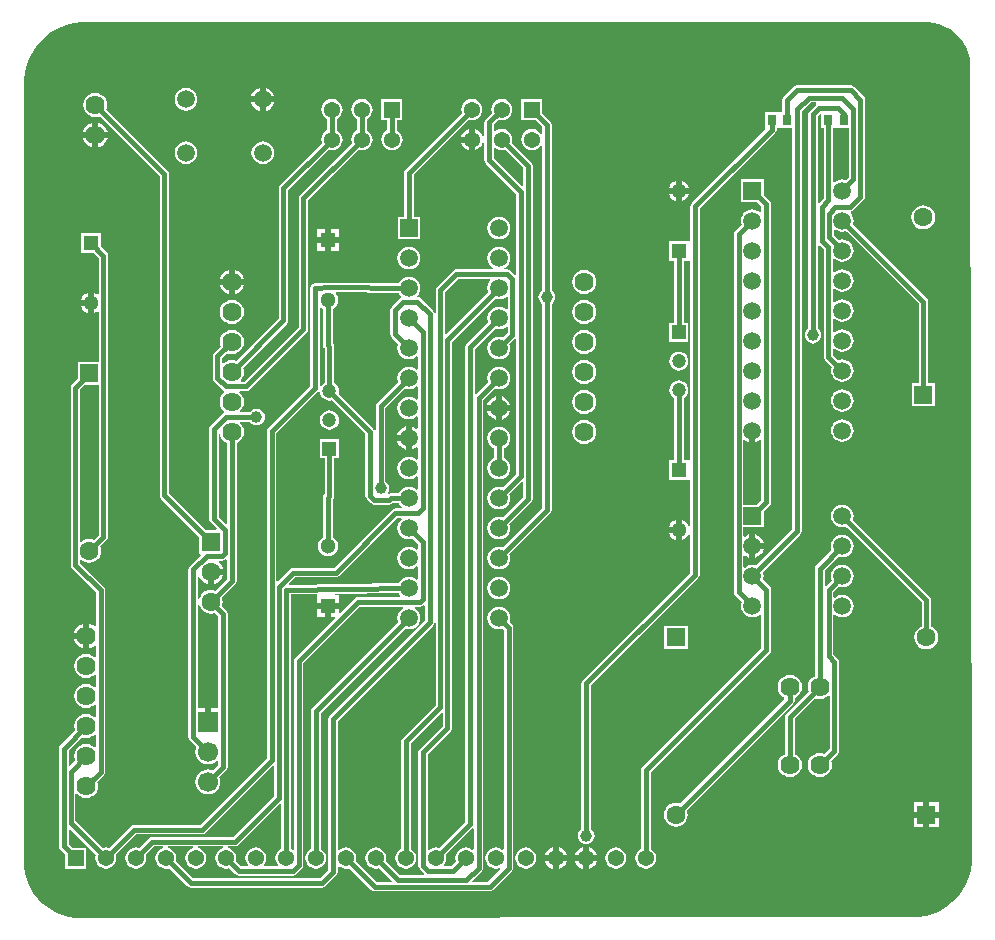
<source format=gtl>
G04*
G04 #@! TF.GenerationSoftware,Altium Limited,Altium Designer,22.9.1 (49)*
G04*
G04 Layer_Physical_Order=1*
G04 Layer_Color=255*
%FSLAX25Y25*%
%MOIN*%
G70*
G04*
G04 #@! TF.SameCoordinates,8C7AA2B9-2782-4D16-8663-33B98A07A00E*
G04*
G04*
G04 #@! TF.FilePolarity,Positive*
G04*
G01*
G75*
%ADD17R,0.03150X0.03740*%
%ADD35C,0.01500*%
%ADD36C,0.06378*%
%ADD37C,0.05906*%
%ADD38R,0.05906X0.05906*%
%ADD39R,0.05394X0.05394*%
%ADD40C,0.05394*%
%ADD41C,0.06299*%
%ADD42R,0.06299X0.06299*%
%ADD43C,0.06693*%
%ADD44R,0.06693X0.06693*%
%ADD45R,0.04724X0.04724*%
%ADD46C,0.04724*%
%ADD47R,0.06299X0.06299*%
%ADD48R,0.05118X0.05118*%
%ADD49C,0.05118*%
%ADD50C,0.03937*%
G36*
X301013Y299166D02*
X301015Y299167D01*
X301018Y299166D01*
X302004D01*
X303959Y298911D01*
X305866Y298405D01*
X307690Y297657D01*
X309403Y296680D01*
X310975Y295489D01*
X312380Y294105D01*
X313594Y292551D01*
X314597Y290853D01*
X315371Y289039D01*
X315905Y287141D01*
X316189Y285189D01*
X316204Y284209D01*
X316700Y20222D01*
X316697Y18962D01*
X316368Y16462D01*
X315716Y14026D01*
X314751Y11697D01*
X313490Y9513D01*
X311955Y7513D01*
X310172Y5730D01*
X308172Y4195D01*
X305988Y2935D01*
X303659Y1970D01*
X301223Y1317D01*
X298724Y988D01*
X297463D01*
X297463Y988D01*
X297462Y988D01*
X19160Y642D01*
X17958D01*
X15572Y956D01*
X13248Y1578D01*
X11024Y2499D01*
X8940Y3703D01*
X7031Y5168D01*
X5329Y6869D01*
X3864Y8779D01*
X2661Y10863D01*
X1740Y13086D01*
X1117Y15411D01*
X803Y17797D01*
Y19000D01*
X803Y19000D01*
X803Y19001D01*
X620Y278308D01*
Y279676D01*
X978Y282391D01*
X1686Y285036D01*
X2734Y287566D01*
X4104Y289938D01*
X5771Y292110D01*
X7707Y294047D01*
X9879Y295714D01*
X12251Y297083D01*
X14781Y298131D01*
X17426Y298840D01*
X20141Y299197D01*
X295998D01*
X301013Y299166D01*
D02*
G37*
%LPC*%
G36*
X81295Y277213D02*
Y274358D01*
X84150D01*
X84146Y274390D01*
X83748Y275352D01*
X83114Y276177D01*
X82289Y276811D01*
X81327Y277209D01*
X81295Y277213D01*
D02*
G37*
G36*
X79295D02*
X79263Y277209D01*
X78302Y276811D01*
X77476Y276177D01*
X76842Y275352D01*
X76444Y274390D01*
X76440Y274358D01*
X79295D01*
Y277213D01*
D02*
G37*
G36*
X54705Y277143D02*
X53725Y277014D01*
X52812Y276636D01*
X52028Y276035D01*
X51427Y275251D01*
X51049Y274338D01*
X50920Y273358D01*
X51049Y272378D01*
X51427Y271466D01*
X52028Y270682D01*
X52812Y270080D01*
X53725Y269702D01*
X54705Y269573D01*
X55685Y269702D01*
X56597Y270080D01*
X57381Y270682D01*
X57983Y271466D01*
X58361Y272378D01*
X58490Y273358D01*
X58361Y274338D01*
X57983Y275251D01*
X57381Y276035D01*
X56597Y276636D01*
X55685Y277014D01*
X54705Y277143D01*
D02*
G37*
G36*
X84150Y272358D02*
X81295D01*
Y269503D01*
X81327Y269507D01*
X82289Y269905D01*
X83114Y270539D01*
X83748Y271365D01*
X84146Y272326D01*
X84150Y272358D01*
D02*
G37*
G36*
X79295D02*
X76440D01*
X76444Y272326D01*
X76842Y271365D01*
X77476Y270539D01*
X78302Y269905D01*
X79263Y269507D01*
X79295Y269503D01*
Y272358D01*
D02*
G37*
G36*
X160000Y273527D02*
X159087Y273407D01*
X158237Y273055D01*
X157506Y272494D01*
X156946Y271763D01*
X156593Y270913D01*
X156473Y270000D01*
X156593Y269087D01*
X156669Y268904D01*
X154583Y266817D01*
X154240Y266305D01*
X154120Y265700D01*
Y260862D01*
X153620Y260829D01*
X153602Y260965D01*
X153229Y261864D01*
X152637Y262637D01*
X151864Y263229D01*
X151000Y263587D01*
Y260000D01*
Y256413D01*
X151864Y256771D01*
X152637Y257363D01*
X153229Y258136D01*
X153602Y259035D01*
X153620Y259171D01*
X154120Y259138D01*
Y253100D01*
X154240Y252495D01*
X154583Y251982D01*
X164785Y241780D01*
Y215060D01*
X164285Y214853D01*
X162920Y216217D01*
X162408Y216560D01*
X161803Y216680D01*
X160892D01*
X160792Y217180D01*
X160893Y217222D01*
X161677Y217824D01*
X162278Y218607D01*
X162656Y219520D01*
X162785Y220500D01*
X162656Y221480D01*
X162278Y222393D01*
X161677Y223177D01*
X160893Y223778D01*
X159980Y224156D01*
X159000Y224285D01*
X158020Y224156D01*
X157107Y223778D01*
X156324Y223177D01*
X155722Y222393D01*
X155344Y221480D01*
X155215Y220500D01*
X155344Y219520D01*
X155722Y218607D01*
X156324Y217824D01*
X157107Y217222D01*
X157208Y217180D01*
X157108Y216680D01*
X144800D01*
X144195Y216560D01*
X143683Y216217D01*
X138382Y210917D01*
X138040Y210405D01*
X137920Y209800D01*
Y202155D01*
X137420Y202105D01*
X137360Y202405D01*
X137018Y202918D01*
X132917Y207017D01*
X132405Y207360D01*
X131990Y207443D01*
X131928Y207518D01*
X131798Y207871D01*
X131797Y207980D01*
X132278Y208607D01*
X132656Y209520D01*
X132785Y210500D01*
X132656Y211480D01*
X132278Y212393D01*
X131676Y213176D01*
X130893Y213778D01*
X129980Y214156D01*
X129000Y214285D01*
X128020Y214156D01*
X127107Y213778D01*
X126323Y213176D01*
X125722Y212393D01*
X125603Y212106D01*
X102812Y212280D01*
X102775Y212273D01*
X102738Y212279D01*
X97638Y212079D01*
X97368Y212014D01*
X97095Y211960D01*
X97069Y211943D01*
X97039Y211935D01*
X96814Y211772D01*
X96583Y211617D01*
X96565Y211591D01*
X96540Y211573D01*
X96394Y211336D01*
X96240Y211105D01*
X96234Y211074D01*
X96217Y211047D01*
X96174Y210772D01*
X96120Y210500D01*
Y177755D01*
X82183Y163818D01*
X81840Y163305D01*
X81720Y162700D01*
Y53955D01*
X59345Y31580D01*
X37500D01*
X36895Y31460D01*
X36382Y31117D01*
X29096Y23831D01*
X28913Y23907D01*
X28000Y24027D01*
X27087Y23907D01*
X26904Y23831D01*
X17880Y32855D01*
Y41843D01*
X18380Y42013D01*
X18655Y41655D01*
X19488Y41016D01*
X20459Y40614D01*
X21500Y40477D01*
X22541Y40614D01*
X23512Y41016D01*
X24345Y41655D01*
X24984Y42488D01*
X25386Y43459D01*
X25523Y44500D01*
X25386Y45541D01*
X25208Y45973D01*
X27417Y48182D01*
X27760Y48695D01*
X27880Y49300D01*
Y109700D01*
X27760Y110305D01*
X27417Y110818D01*
X19380Y118855D01*
Y119758D01*
X19880Y120004D01*
X20508Y119522D01*
X21469Y119124D01*
X22500Y118989D01*
X23531Y119124D01*
X24492Y119522D01*
X25317Y120156D01*
X25950Y120981D01*
X26348Y121941D01*
X26484Y122972D01*
X26348Y124003D01*
X26177Y124415D01*
X28317Y126555D01*
X28660Y127068D01*
X28780Y127672D01*
Y221300D01*
X28660Y221905D01*
X28317Y222417D01*
X26359Y224376D01*
Y228859D01*
X19641D01*
Y222141D01*
X24124D01*
X25620Y220645D01*
Y208606D01*
X25120Y208360D01*
X24795Y208609D01*
X24000Y208938D01*
Y205500D01*
Y202062D01*
X24795Y202391D01*
X25120Y202640D01*
X25620Y202394D01*
Y185977D01*
X18550D01*
Y180313D01*
X16682Y178445D01*
X16340Y177932D01*
X16220Y177328D01*
Y118200D01*
X16340Y117595D01*
X16682Y117083D01*
X24720Y109045D01*
Y97940D01*
X24220Y97693D01*
X23613Y98159D01*
X22593Y98581D01*
X22500Y98593D01*
Y94500D01*
Y90407D01*
X22593Y90419D01*
X23613Y90841D01*
X24220Y91307D01*
X24720Y91060D01*
Y87620D01*
X24220Y87441D01*
X23512Y87984D01*
X22541Y88386D01*
X21500Y88523D01*
X20459Y88386D01*
X19488Y87984D01*
X18655Y87345D01*
X18016Y86512D01*
X17614Y85541D01*
X17477Y84500D01*
X17614Y83459D01*
X18016Y82488D01*
X18655Y81655D01*
X19488Y81016D01*
X20459Y80614D01*
X21500Y80477D01*
X22541Y80614D01*
X23512Y81016D01*
X24220Y81559D01*
X24720Y81380D01*
Y77620D01*
X24220Y77441D01*
X23512Y77984D01*
X22541Y78386D01*
X21500Y78523D01*
X20459Y78386D01*
X19488Y77984D01*
X18655Y77345D01*
X18016Y76512D01*
X17614Y75541D01*
X17477Y74500D01*
X17614Y73459D01*
X18016Y72488D01*
X18655Y71655D01*
X19488Y71016D01*
X20459Y70614D01*
X21500Y70477D01*
X22541Y70614D01*
X23512Y71016D01*
X24220Y71559D01*
X24720Y71380D01*
Y67620D01*
X24220Y67441D01*
X23512Y67984D01*
X22541Y68386D01*
X21500Y68523D01*
X20459Y68386D01*
X19488Y67984D01*
X18655Y67345D01*
X18016Y66512D01*
X17614Y65541D01*
X17477Y64500D01*
X17614Y63459D01*
X17792Y63027D01*
X12882Y58118D01*
X12540Y57605D01*
X12420Y57000D01*
Y24500D01*
X12540Y23895D01*
X12882Y23382D01*
X14503Y21762D01*
Y17003D01*
X21497D01*
Y23997D01*
X16738D01*
X15580Y25155D01*
Y30031D01*
X16042Y30223D01*
X24669Y21596D01*
X24593Y21413D01*
X24473Y20500D01*
X24593Y19587D01*
X24946Y18736D01*
X25506Y18006D01*
X26237Y17446D01*
X27087Y17093D01*
X28000Y16973D01*
X28913Y17093D01*
X29763Y17446D01*
X30494Y18006D01*
X31054Y18736D01*
X31407Y19587D01*
X31527Y20500D01*
X31407Y21413D01*
X31331Y21596D01*
X38155Y28420D01*
X60000D01*
X60605Y28540D01*
X61118Y28883D01*
X83558Y51323D01*
X84020Y51131D01*
Y41255D01*
X70345Y27580D01*
X43500D01*
X42895Y27460D01*
X42382Y27117D01*
X39096Y23831D01*
X38913Y23907D01*
X38000Y24027D01*
X37087Y23907D01*
X36237Y23554D01*
X35506Y22994D01*
X34945Y22264D01*
X34593Y21413D01*
X34473Y20500D01*
X34593Y19587D01*
X34945Y18736D01*
X35506Y18006D01*
X36237Y17446D01*
X37087Y17093D01*
X38000Y16973D01*
X38913Y17093D01*
X39764Y17446D01*
X40494Y18006D01*
X41054Y18736D01*
X41407Y19587D01*
X41527Y20500D01*
X41407Y21413D01*
X41331Y21596D01*
X44155Y24420D01*
X47151D01*
X47184Y23920D01*
X47087Y23907D01*
X46237Y23554D01*
X45506Y22994D01*
X44945Y22264D01*
X44593Y21413D01*
X44473Y20500D01*
X44593Y19587D01*
X44945Y18736D01*
X45506Y18006D01*
X46237Y17446D01*
X47087Y17093D01*
X48000Y16973D01*
X48913Y17093D01*
X49096Y17169D01*
X55182Y11083D01*
X55695Y10740D01*
X56300Y10620D01*
X100000D01*
X100605Y10740D01*
X101118Y11083D01*
X104817Y14783D01*
X105160Y15295D01*
X105280Y15900D01*
Y17549D01*
X105780Y17796D01*
X106237Y17446D01*
X107087Y17093D01*
X108000Y16973D01*
X108913Y17093D01*
X109096Y17169D01*
X116442Y9823D01*
X116954Y9481D01*
X117559Y9360D01*
X155888D01*
X156493Y9481D01*
X157005Y9823D01*
X163365Y16183D01*
X163707Y16695D01*
X163827Y17300D01*
Y97253D01*
X163707Y97858D01*
X163365Y98370D01*
X162527Y99208D01*
X162656Y99520D01*
X162785Y100500D01*
X162656Y101480D01*
X162278Y102393D01*
X161677Y103176D01*
X160893Y103778D01*
X159980Y104156D01*
X159000Y104285D01*
X158020Y104156D01*
X157107Y103778D01*
X156324Y103176D01*
X155722Y102393D01*
X155344Y101480D01*
X155215Y100500D01*
X155344Y99520D01*
X155722Y98607D01*
X156324Y97824D01*
X157107Y97222D01*
X158020Y96844D01*
X159000Y96715D01*
X159980Y96844D01*
X160292Y96973D01*
X160667Y96598D01*
Y23492D01*
X160167Y23245D01*
X159764Y23554D01*
X158913Y23907D01*
X158000Y24027D01*
X157087Y23907D01*
X156237Y23554D01*
X155506Y22994D01*
X154946Y22264D01*
X154593Y21413D01*
X154473Y20500D01*
X154593Y19587D01*
X154946Y18736D01*
X155506Y18006D01*
X156237Y17446D01*
X157087Y17093D01*
X158000Y16973D01*
X158913Y17093D01*
X159229Y17224D01*
X159512Y16800D01*
X155233Y12521D01*
X150356D01*
X150165Y12983D01*
X153365Y16183D01*
X153707Y16695D01*
X153827Y17300D01*
Y173092D01*
X157708Y176973D01*
X158020Y176844D01*
X159000Y176715D01*
X159980Y176844D01*
X160893Y177222D01*
X161677Y177823D01*
X162278Y178607D01*
X162656Y179520D01*
X162785Y180500D01*
X162656Y181480D01*
X162278Y182393D01*
X161677Y183177D01*
X160893Y183778D01*
X159980Y184156D01*
X159000Y184285D01*
X158020Y184156D01*
X157107Y183778D01*
X156324Y183177D01*
X155722Y182393D01*
X155344Y181480D01*
X155215Y180500D01*
X155344Y179520D01*
X155473Y179208D01*
X151480Y175215D01*
X150980Y175423D01*
Y190245D01*
X157708Y196973D01*
X158020Y196844D01*
X159000Y196715D01*
X159980Y196844D01*
X160893Y197222D01*
X161422Y197629D01*
X161922Y197382D01*
Y195657D01*
X160292Y194027D01*
X159980Y194156D01*
X159000Y194285D01*
X158020Y194156D01*
X157107Y193778D01*
X156324Y193176D01*
X155722Y192393D01*
X155344Y191480D01*
X155215Y190500D01*
X155344Y189520D01*
X155722Y188607D01*
X156324Y187823D01*
X157107Y187222D01*
X158020Y186844D01*
X159000Y186715D01*
X159980Y186844D01*
X160893Y187222D01*
X161677Y187823D01*
X162278Y188607D01*
X162656Y189520D01*
X162785Y190500D01*
X162656Y191480D01*
X162527Y191792D01*
X164285Y193550D01*
X164785Y193343D01*
Y148520D01*
X160292Y144027D01*
X159980Y144156D01*
X159000Y144285D01*
X158020Y144156D01*
X157107Y143778D01*
X156324Y143176D01*
X155722Y142393D01*
X155344Y141480D01*
X155215Y140500D01*
X155344Y139520D01*
X155722Y138607D01*
X156324Y137823D01*
X157107Y137222D01*
X158020Y136844D01*
X159000Y136715D01*
X159980Y136844D01*
X160893Y137222D01*
X161677Y137823D01*
X162278Y138607D01*
X162656Y139520D01*
X162785Y140500D01*
X162656Y141480D01*
X162527Y141792D01*
X166623Y145888D01*
X167085Y145697D01*
Y140820D01*
X160292Y134027D01*
X159980Y134156D01*
X159000Y134285D01*
X158020Y134156D01*
X157107Y133778D01*
X156324Y133177D01*
X155722Y132393D01*
X155344Y131480D01*
X155215Y130500D01*
X155344Y129520D01*
X155722Y128607D01*
X156324Y127823D01*
X157107Y127222D01*
X158020Y126844D01*
X159000Y126715D01*
X159980Y126844D01*
X160893Y127222D01*
X161677Y127823D01*
X162278Y128607D01*
X162656Y129520D01*
X162785Y130500D01*
X162656Y131480D01*
X162527Y131792D01*
X169783Y139048D01*
X170125Y139560D01*
X170246Y140165D01*
Y251335D01*
X170125Y251940D01*
X169783Y252452D01*
X163331Y258904D01*
X163407Y259087D01*
X163527Y260000D01*
X163407Y260913D01*
X163055Y261764D01*
X162494Y262494D01*
X161764Y263054D01*
X160913Y263407D01*
X160000Y263527D01*
X159087Y263407D01*
X158237Y263054D01*
X157780Y262704D01*
X157280Y262951D01*
Y265045D01*
X158904Y266669D01*
X159087Y266593D01*
X160000Y266473D01*
X160913Y266593D01*
X161764Y266946D01*
X162494Y267506D01*
X163055Y268236D01*
X163407Y269087D01*
X163527Y270000D01*
X163407Y270913D01*
X163055Y271763D01*
X162494Y272494D01*
X161764Y273055D01*
X160913Y273407D01*
X160000Y273527D01*
D02*
G37*
G36*
X150000D02*
X149087Y273407D01*
X148237Y273055D01*
X147506Y272494D01*
X146946Y271763D01*
X146593Y270913D01*
X146473Y270000D01*
X146593Y269087D01*
X146669Y268904D01*
X127883Y250117D01*
X127540Y249605D01*
X127420Y249000D01*
Y234253D01*
X125247D01*
Y226747D01*
X132753D01*
Y234253D01*
X130580D01*
Y248345D01*
X148904Y266669D01*
X149087Y266593D01*
X150000Y266473D01*
X150913Y266593D01*
X151763Y266946D01*
X152494Y267506D01*
X153054Y268236D01*
X153407Y269087D01*
X153527Y270000D01*
X153407Y270913D01*
X153054Y271763D01*
X152494Y272494D01*
X151763Y273055D01*
X150913Y273407D01*
X150000Y273527D01*
D02*
G37*
G36*
X25500Y265594D02*
Y262500D01*
X28594D01*
X28581Y262594D01*
X28159Y263613D01*
X27488Y264488D01*
X26613Y265159D01*
X25594Y265581D01*
X25500Y265594D01*
D02*
G37*
G36*
X23500D02*
X23406Y265581D01*
X22387Y265159D01*
X21512Y264488D01*
X20841Y263613D01*
X20419Y262594D01*
X20406Y262500D01*
X23500D01*
Y265594D01*
D02*
G37*
G36*
X173497Y273497D02*
X166503D01*
Y266503D01*
X171262D01*
X173420Y264345D01*
Y262109D01*
X172920Y261939D01*
X172494Y262494D01*
X171764Y263054D01*
X170913Y263407D01*
X170000Y263527D01*
X169087Y263407D01*
X168236Y263054D01*
X167506Y262494D01*
X166946Y261764D01*
X166593Y260913D01*
X166473Y260000D01*
X166593Y259087D01*
X166946Y258237D01*
X167506Y257506D01*
X168236Y256945D01*
X169087Y256593D01*
X170000Y256473D01*
X170913Y256593D01*
X171764Y256945D01*
X172494Y257506D01*
X172920Y258061D01*
X173420Y257891D01*
Y209777D01*
X173026Y209474D01*
X172582Y208896D01*
X172303Y208223D01*
X172208Y207500D01*
X172303Y206777D01*
X172582Y206104D01*
X173026Y205525D01*
X173420Y205223D01*
Y137155D01*
X160292Y124027D01*
X159980Y124156D01*
X159000Y124285D01*
X158020Y124156D01*
X157107Y123778D01*
X156324Y123177D01*
X155722Y122393D01*
X155344Y121480D01*
X155215Y120500D01*
X155344Y119520D01*
X155722Y118607D01*
X156324Y117824D01*
X157107Y117222D01*
X158020Y116844D01*
X159000Y116715D01*
X159980Y116844D01*
X160893Y117222D01*
X161677Y117824D01*
X162278Y118607D01*
X162656Y119520D01*
X162785Y120500D01*
X162656Y121480D01*
X162527Y121792D01*
X176118Y135382D01*
X176460Y135895D01*
X176580Y136500D01*
Y205223D01*
X176974Y205525D01*
X177418Y206104D01*
X177697Y206777D01*
X177792Y207500D01*
X177697Y208223D01*
X177418Y208896D01*
X176974Y209474D01*
X176580Y209777D01*
Y265000D01*
X176460Y265605D01*
X176118Y266118D01*
X173497Y268738D01*
Y273497D01*
D02*
G37*
G36*
X149000Y263587D02*
X148136Y263229D01*
X147363Y262637D01*
X146771Y261864D01*
X146413Y261000D01*
X149000D01*
Y263587D01*
D02*
G37*
G36*
X28594Y260500D02*
X25500D01*
Y257406D01*
X25594Y257419D01*
X26613Y257841D01*
X27488Y258512D01*
X28159Y259387D01*
X28581Y260406D01*
X28594Y260500D01*
D02*
G37*
G36*
X23500D02*
X20406D01*
X20419Y260406D01*
X20841Y259387D01*
X21512Y258512D01*
X22387Y257841D01*
X23406Y257419D01*
X23500Y257406D01*
Y260500D01*
D02*
G37*
G36*
X126870Y273497D02*
X119876D01*
Y266503D01*
X121792D01*
Y263130D01*
X121609Y263054D01*
X120879Y262494D01*
X120318Y261764D01*
X119966Y260913D01*
X119846Y260000D01*
X119966Y259087D01*
X120318Y258237D01*
X120879Y257506D01*
X121609Y256945D01*
X122460Y256593D01*
X123373Y256473D01*
X124286Y256593D01*
X125136Y256945D01*
X125867Y257506D01*
X126427Y258237D01*
X126780Y259087D01*
X126900Y260000D01*
X126780Y260913D01*
X126427Y261764D01*
X125867Y262494D01*
X125136Y263054D01*
X124953Y263130D01*
Y266503D01*
X126870D01*
Y273497D01*
D02*
G37*
G36*
X24500Y275523D02*
X23459Y275386D01*
X22488Y274984D01*
X21655Y274345D01*
X21016Y273512D01*
X20614Y272541D01*
X20477Y271500D01*
X20614Y270459D01*
X21016Y269488D01*
X21655Y268655D01*
X22488Y268016D01*
X23459Y267614D01*
X24500Y267477D01*
X25541Y267614D01*
X25973Y267792D01*
X45920Y247845D01*
Y141437D01*
X46040Y140832D01*
X46382Y140320D01*
X59050Y127652D01*
Y121987D01*
X59499D01*
X59690Y121526D01*
X55983Y117817D01*
X55640Y117305D01*
X55520Y116700D01*
Y60876D01*
X55640Y60272D01*
X55983Y59759D01*
X58188Y57554D01*
X57976Y57043D01*
X57834Y55961D01*
X57976Y54878D01*
X58394Y53869D01*
X59058Y53003D01*
X59925Y52339D01*
X60933Y51921D01*
X62016Y51778D01*
X63098Y51921D01*
X64107Y52339D01*
X64920Y52962D01*
X65410Y52855D01*
X65420Y52852D01*
Y51560D01*
X63609Y49749D01*
X63098Y49961D01*
X62016Y50103D01*
X60933Y49961D01*
X59925Y49543D01*
X59058Y48878D01*
X58394Y48012D01*
X57976Y47004D01*
X57834Y45921D01*
X57976Y44839D01*
X58394Y43830D01*
X59058Y42964D01*
X59925Y42299D01*
X60933Y41881D01*
X62016Y41739D01*
X63098Y41881D01*
X64107Y42299D01*
X64973Y42964D01*
X65638Y43830D01*
X66056Y44839D01*
X66198Y45921D01*
X66056Y47004D01*
X65844Y47514D01*
X68117Y49788D01*
X68460Y50301D01*
X68580Y50905D01*
Y101937D01*
X68460Y102542D01*
X68117Y103054D01*
X66677Y104495D01*
X66848Y104906D01*
X66984Y105937D01*
X66848Y106968D01*
X66677Y107379D01*
X71118Y111820D01*
X71460Y112332D01*
X71580Y112937D01*
Y158837D01*
X72012Y159016D01*
X72845Y159655D01*
X73484Y160488D01*
X73886Y161459D01*
X74023Y162500D01*
X73886Y163541D01*
X73484Y164512D01*
X72845Y165345D01*
X72713Y165446D01*
X72874Y165920D01*
X75923D01*
X76226Y165525D01*
X76804Y165082D01*
X77477Y164803D01*
X78200Y164708D01*
X78923Y164803D01*
X79596Y165082D01*
X80174Y165525D01*
X80618Y166104D01*
X80897Y166777D01*
X80992Y167500D01*
X80897Y168223D01*
X80618Y168896D01*
X80174Y169474D01*
X79596Y169918D01*
X78923Y170197D01*
X78200Y170292D01*
X77477Y170197D01*
X76804Y169918D01*
X76226Y169474D01*
X75923Y169080D01*
X72874D01*
X72713Y169554D01*
X72845Y169655D01*
X73484Y170488D01*
X73886Y171459D01*
X74023Y172500D01*
X73886Y173541D01*
X73484Y174512D01*
X72845Y175345D01*
X72487Y175620D01*
X72657Y176120D01*
X74700D01*
X75305Y176240D01*
X75818Y176583D01*
X94918Y195683D01*
X95260Y196195D01*
X95380Y196800D01*
Y239773D01*
X112277Y256669D01*
X112460Y256593D01*
X113373Y256473D01*
X114286Y256593D01*
X115136Y256945D01*
X115867Y257506D01*
X116427Y258237D01*
X116780Y259087D01*
X116900Y260000D01*
X116780Y260913D01*
X116427Y261764D01*
X115867Y262494D01*
X115136Y263054D01*
X114953Y263130D01*
Y266870D01*
X115136Y266946D01*
X115867Y267506D01*
X116427Y268236D01*
X116780Y269087D01*
X116900Y270000D01*
X116780Y270913D01*
X116427Y271763D01*
X115867Y272494D01*
X115136Y273055D01*
X114286Y273407D01*
X113373Y273527D01*
X112460Y273407D01*
X111609Y273055D01*
X110879Y272494D01*
X110318Y271763D01*
X109966Y270913D01*
X109846Y270000D01*
X109966Y269087D01*
X110318Y268236D01*
X110879Y267506D01*
X111609Y266946D01*
X111792Y266870D01*
Y263130D01*
X111609Y263054D01*
X110879Y262494D01*
X110318Y261764D01*
X109966Y260913D01*
X109846Y260000D01*
X109966Y259087D01*
X110042Y258904D01*
X92682Y241545D01*
X92340Y241032D01*
X92220Y240427D01*
Y197455D01*
X74045Y179280D01*
X73120D01*
X72941Y179780D01*
X73484Y180488D01*
X73886Y181459D01*
X74023Y182500D01*
X73886Y183541D01*
X73708Y183973D01*
X88318Y198582D01*
X88660Y199095D01*
X88780Y199700D01*
Y243173D01*
X102277Y256669D01*
X102460Y256593D01*
X103373Y256473D01*
X104286Y256593D01*
X105136Y256945D01*
X105867Y257506D01*
X106427Y258237D01*
X106780Y259087D01*
X106900Y260000D01*
X106780Y260913D01*
X106427Y261764D01*
X105867Y262494D01*
X105136Y263054D01*
X104953Y263130D01*
Y266870D01*
X105136Y266946D01*
X105867Y267506D01*
X106427Y268236D01*
X106780Y269087D01*
X106900Y270000D01*
X106780Y270913D01*
X106427Y271763D01*
X105867Y272494D01*
X105136Y273055D01*
X104286Y273407D01*
X103373Y273527D01*
X102460Y273407D01*
X101609Y273055D01*
X100879Y272494D01*
X100318Y271763D01*
X99966Y270913D01*
X99846Y270000D01*
X99966Y269087D01*
X100318Y268236D01*
X100879Y267506D01*
X101609Y266946D01*
X101792Y266870D01*
Y263130D01*
X101609Y263054D01*
X100879Y262494D01*
X100318Y261764D01*
X99966Y260913D01*
X99846Y260000D01*
X99966Y259087D01*
X100042Y258904D01*
X86083Y244945D01*
X85740Y244432D01*
X85620Y243827D01*
Y200355D01*
X71473Y186208D01*
X71041Y186386D01*
X70000Y186523D01*
X68959Y186386D01*
X67988Y185984D01*
X67280Y185441D01*
X66780Y185620D01*
Y187045D01*
X68527Y188792D01*
X68959Y188614D01*
X70000Y188477D01*
X71041Y188614D01*
X72012Y189016D01*
X72845Y189655D01*
X73484Y190488D01*
X73886Y191459D01*
X74023Y192500D01*
X73886Y193541D01*
X73484Y194512D01*
X72845Y195345D01*
X72012Y195984D01*
X71041Y196386D01*
X70000Y196523D01*
X68959Y196386D01*
X67988Y195984D01*
X67155Y195345D01*
X66516Y194512D01*
X66114Y193541D01*
X65977Y192500D01*
X66114Y191459D01*
X66292Y191027D01*
X64082Y188818D01*
X63740Y188305D01*
X63620Y187700D01*
Y180500D01*
X63740Y179895D01*
X64082Y179383D01*
X66882Y176583D01*
X67395Y176240D01*
X67478Y176223D01*
X67603Y175689D01*
X67155Y175345D01*
X66516Y174512D01*
X66114Y173541D01*
X65977Y172500D01*
X66114Y171459D01*
X66516Y170488D01*
X67155Y169655D01*
X67436Y169439D01*
X67312Y168904D01*
X66882Y168617D01*
X62883Y164618D01*
X62540Y164105D01*
X62420Y163500D01*
Y133600D01*
X62540Y132995D01*
X62883Y132483D01*
X65017Y130349D01*
X64825Y129887D01*
X61285D01*
X49080Y142092D01*
Y248500D01*
X48960Y249105D01*
X48618Y249618D01*
X28208Y270027D01*
X28386Y270459D01*
X28523Y271500D01*
X28386Y272541D01*
X27984Y273512D01*
X27345Y274345D01*
X26512Y274984D01*
X25541Y275386D01*
X24500Y275523D01*
D02*
G37*
G36*
X149000Y259000D02*
X146413D01*
X146771Y258136D01*
X147363Y257363D01*
X148136Y256771D01*
X149000Y256413D01*
Y259000D01*
D02*
G37*
G36*
X80295Y259427D02*
X79316Y259298D01*
X78403Y258920D01*
X77619Y258318D01*
X77017Y257534D01*
X76639Y256622D01*
X76510Y255642D01*
X76639Y254662D01*
X77017Y253749D01*
X77619Y252965D01*
X78403Y252364D01*
X79316Y251986D01*
X80295Y251857D01*
X81275Y251986D01*
X82188Y252364D01*
X82972Y252965D01*
X83573Y253749D01*
X83951Y254662D01*
X84080Y255642D01*
X83951Y256622D01*
X83573Y257534D01*
X82972Y258318D01*
X82188Y258920D01*
X81275Y259298D01*
X80295Y259427D01*
D02*
G37*
G36*
X54705D02*
X53725Y259298D01*
X52812Y258920D01*
X52028Y258318D01*
X51427Y257534D01*
X51049Y256622D01*
X50920Y255642D01*
X51049Y254662D01*
X51427Y253749D01*
X52028Y252965D01*
X52812Y252364D01*
X53725Y251986D01*
X54705Y251857D01*
X55685Y251986D01*
X56597Y252364D01*
X57381Y252965D01*
X57983Y253749D01*
X58361Y254662D01*
X58490Y255642D01*
X58361Y256622D01*
X57983Y257534D01*
X57381Y258318D01*
X56597Y258920D01*
X55685Y259298D01*
X54705Y259427D01*
D02*
G37*
G36*
X220000Y246257D02*
Y243819D01*
X222438D01*
X222109Y244614D01*
X221538Y245357D01*
X220795Y245928D01*
X220000Y246257D01*
D02*
G37*
G36*
X218000D02*
X217205Y245928D01*
X216462Y245357D01*
X215891Y244614D01*
X215562Y243819D01*
X218000D01*
Y246257D01*
D02*
G37*
G36*
X222438Y241819D02*
X220000D01*
Y239381D01*
X220795Y239710D01*
X221538Y240281D01*
X222109Y241024D01*
X222438Y241819D01*
D02*
G37*
G36*
X218000D02*
X215562D01*
X215891Y241024D01*
X216462Y240281D01*
X217205Y239710D01*
X218000Y239381D01*
Y241819D01*
D02*
G37*
G36*
X300500Y238011D02*
X299469Y237876D01*
X298508Y237478D01*
X297683Y236844D01*
X297050Y236019D01*
X296652Y235059D01*
X296516Y234028D01*
X296652Y232997D01*
X297050Y232036D01*
X297683Y231211D01*
X298508Y230578D01*
X299469Y230180D01*
X300500Y230044D01*
X301531Y230180D01*
X302492Y230578D01*
X303317Y231211D01*
X303950Y232036D01*
X304348Y232997D01*
X304484Y234028D01*
X304348Y235059D01*
X303950Y236019D01*
X303317Y236844D01*
X302492Y237478D01*
X301531Y237876D01*
X300500Y238011D01*
D02*
G37*
G36*
X105559Y230059D02*
X103000D01*
Y227500D01*
X105559D01*
Y230059D01*
D02*
G37*
G36*
X101000D02*
X98441D01*
Y227500D01*
X101000D01*
Y230059D01*
D02*
G37*
G36*
X159000Y234285D02*
X158020Y234156D01*
X157107Y233778D01*
X156324Y233176D01*
X155722Y232393D01*
X155344Y231480D01*
X155215Y230500D01*
X155344Y229520D01*
X155722Y228607D01*
X156324Y227823D01*
X157107Y227222D01*
X158020Y226844D01*
X159000Y226715D01*
X159980Y226844D01*
X160893Y227222D01*
X161677Y227823D01*
X162278Y228607D01*
X162656Y229520D01*
X162785Y230500D01*
X162656Y231480D01*
X162278Y232393D01*
X161677Y233176D01*
X160893Y233778D01*
X159980Y234156D01*
X159000Y234285D01*
D02*
G37*
G36*
X105559Y225500D02*
X103000D01*
Y222941D01*
X105559D01*
Y225500D01*
D02*
G37*
G36*
X101000D02*
X98441D01*
Y222941D01*
X101000D01*
Y225500D01*
D02*
G37*
G36*
X129000Y224285D02*
X128020Y224156D01*
X127107Y223778D01*
X126323Y223177D01*
X125722Y222393D01*
X125344Y221480D01*
X125215Y220500D01*
X125344Y219520D01*
X125722Y218607D01*
X126323Y217824D01*
X127107Y217222D01*
X128020Y216844D01*
X129000Y216715D01*
X129980Y216844D01*
X130893Y217222D01*
X131676Y217824D01*
X132278Y218607D01*
X132656Y219520D01*
X132785Y220500D01*
X132656Y221480D01*
X132278Y222393D01*
X131676Y223177D01*
X130893Y223778D01*
X129980Y224156D01*
X129000Y224285D01*
D02*
G37*
G36*
X71000Y216594D02*
Y213500D01*
X74094D01*
X74081Y213594D01*
X73659Y214613D01*
X72988Y215488D01*
X72113Y216159D01*
X71094Y216581D01*
X71000Y216594D01*
D02*
G37*
G36*
X69000D02*
X68906Y216581D01*
X67887Y216159D01*
X67012Y215488D01*
X66341Y214613D01*
X65919Y213594D01*
X65907Y213500D01*
X69000D01*
Y216594D01*
D02*
G37*
G36*
X187500Y216523D02*
X186459Y216386D01*
X185488Y215984D01*
X184655Y215345D01*
X184016Y214512D01*
X183614Y213541D01*
X183477Y212500D01*
X183614Y211459D01*
X184016Y210488D01*
X184655Y209655D01*
X185488Y209016D01*
X186459Y208614D01*
X187500Y208477D01*
X188541Y208614D01*
X189512Y209016D01*
X190345Y209655D01*
X190984Y210488D01*
X191386Y211459D01*
X191523Y212500D01*
X191386Y213541D01*
X190984Y214512D01*
X190345Y215345D01*
X189512Y215984D01*
X188541Y216386D01*
X187500Y216523D01*
D02*
G37*
G36*
X74094Y211500D02*
X71000D01*
Y208406D01*
X71094Y208419D01*
X72113Y208841D01*
X72988Y209512D01*
X73659Y210387D01*
X74081Y211406D01*
X74094Y211500D01*
D02*
G37*
G36*
X69000D02*
X65907D01*
X65919Y211406D01*
X66341Y210387D01*
X67012Y209512D01*
X67887Y208841D01*
X68906Y208419D01*
X69000Y208406D01*
Y211500D01*
D02*
G37*
G36*
X22000Y208938D02*
X21205Y208609D01*
X20462Y208038D01*
X19891Y207295D01*
X19562Y206500D01*
X22000D01*
Y208938D01*
D02*
G37*
G36*
Y204500D02*
X19562D01*
X19891Y203705D01*
X20462Y202962D01*
X21205Y202391D01*
X22000Y202062D01*
Y204500D01*
D02*
G37*
G36*
X187500Y206523D02*
X186459Y206386D01*
X185488Y205984D01*
X184655Y205345D01*
X184016Y204512D01*
X183614Y203541D01*
X183477Y202500D01*
X183614Y201459D01*
X184016Y200488D01*
X184655Y199655D01*
X185488Y199016D01*
X186459Y198614D01*
X187500Y198477D01*
X188541Y198614D01*
X189512Y199016D01*
X190345Y199655D01*
X190984Y200488D01*
X191386Y201459D01*
X191523Y202500D01*
X191386Y203541D01*
X190984Y204512D01*
X190345Y205345D01*
X189512Y205984D01*
X188541Y206386D01*
X187500Y206523D01*
D02*
G37*
G36*
X70000D02*
X68959Y206386D01*
X67988Y205984D01*
X67155Y205345D01*
X66516Y204512D01*
X66114Y203541D01*
X65977Y202500D01*
X66114Y201459D01*
X66516Y200488D01*
X67155Y199655D01*
X67988Y199016D01*
X68959Y198614D01*
X70000Y198477D01*
X71041Y198614D01*
X72012Y199016D01*
X72845Y199655D01*
X73484Y200488D01*
X73886Y201459D01*
X74023Y202500D01*
X73886Y203541D01*
X73484Y204512D01*
X72845Y205345D01*
X72012Y205984D01*
X71041Y206386D01*
X70000Y206523D01*
D02*
G37*
G36*
X187500Y196523D02*
X186459Y196386D01*
X185488Y195984D01*
X184655Y195345D01*
X184016Y194512D01*
X183614Y193541D01*
X183477Y192500D01*
X183614Y191459D01*
X184016Y190488D01*
X184655Y189655D01*
X185488Y189016D01*
X186459Y188614D01*
X187500Y188477D01*
X188541Y188614D01*
X189512Y189016D01*
X190345Y189655D01*
X190984Y190488D01*
X191386Y191459D01*
X191523Y192500D01*
X191386Y193541D01*
X190984Y194512D01*
X190345Y195345D01*
X189512Y195984D01*
X188541Y196386D01*
X187500Y196523D01*
D02*
G37*
G36*
X219000Y189296D02*
X218175Y189187D01*
X217405Y188869D01*
X216745Y188362D01*
X216238Y187701D01*
X215919Y186932D01*
X215810Y186106D01*
X215919Y185281D01*
X216238Y184512D01*
X216745Y183851D01*
X217405Y183344D01*
X218175Y183026D01*
X219000Y182917D01*
X219826Y183026D01*
X220595Y183344D01*
X221255Y183851D01*
X221762Y184512D01*
X222081Y185281D01*
X222189Y186106D01*
X222081Y186932D01*
X221762Y187701D01*
X221255Y188362D01*
X220595Y188869D01*
X219826Y189187D01*
X219000Y189296D01*
D02*
G37*
G36*
X187500Y186523D02*
X186459Y186386D01*
X185488Y185984D01*
X184655Y185345D01*
X184016Y184512D01*
X183614Y183541D01*
X183477Y182500D01*
X183614Y181459D01*
X184016Y180488D01*
X184655Y179655D01*
X185488Y179016D01*
X186459Y178614D01*
X187500Y178477D01*
X188541Y178614D01*
X189512Y179016D01*
X190345Y179655D01*
X190984Y180488D01*
X191386Y181459D01*
X191523Y182500D01*
X191386Y183541D01*
X190984Y184512D01*
X190345Y185345D01*
X189512Y185984D01*
X188541Y186386D01*
X187500Y186523D01*
D02*
G37*
G36*
X160000Y174355D02*
Y171500D01*
X162855D01*
X162851Y171532D01*
X162453Y172493D01*
X161819Y173319D01*
X160993Y173953D01*
X160032Y174351D01*
X160000Y174355D01*
D02*
G37*
G36*
X158000D02*
X157968Y174351D01*
X157007Y173953D01*
X156181Y173319D01*
X155547Y172493D01*
X155149Y171532D01*
X155145Y171500D01*
X158000D01*
Y174355D01*
D02*
G37*
G36*
X276300Y278080D02*
X258318D01*
X257713Y277960D01*
X257201Y277618D01*
X254001Y274417D01*
X253658Y273905D01*
X253538Y273300D01*
Y269170D01*
X252875D01*
X252743Y269170D01*
X252375D01*
X252243Y269170D01*
X247625D01*
Y263830D01*
X247642D01*
X247833Y263368D01*
X223283Y238818D01*
X222940Y238305D01*
X222820Y237700D01*
Y226273D01*
X222359Y226178D01*
X222320Y226178D01*
X215641D01*
Y219460D01*
X217420D01*
Y198875D01*
X215838D01*
Y192550D01*
X222162D01*
Y198875D01*
X220580D01*
Y219460D01*
X222320D01*
X222359Y219460D01*
X222820Y219365D01*
Y153273D01*
X222359Y153178D01*
X222320Y153178D01*
X220580D01*
Y173732D01*
X220595Y173738D01*
X221255Y174245D01*
X221762Y174905D01*
X222081Y175674D01*
X222189Y176500D01*
X222081Y177325D01*
X221762Y178095D01*
X221255Y178755D01*
X220595Y179262D01*
X219826Y179581D01*
X219000Y179690D01*
X218175Y179581D01*
X217405Y179262D01*
X216745Y178755D01*
X216238Y178095D01*
X215919Y177325D01*
X215810Y176500D01*
X215919Y175674D01*
X216238Y174905D01*
X216745Y174245D01*
X217405Y173738D01*
X217420Y173732D01*
Y153178D01*
X215641D01*
Y146460D01*
X222320D01*
X222359Y146460D01*
X222820Y146365D01*
Y131204D01*
X222320Y131105D01*
X222109Y131614D01*
X221538Y132357D01*
X220795Y132928D01*
X220000Y133257D01*
Y129819D01*
Y126381D01*
X220795Y126710D01*
X221538Y127281D01*
X222109Y128024D01*
X222320Y128533D01*
X222820Y128434D01*
Y115655D01*
X186983Y79817D01*
X186640Y79305D01*
X186520Y78700D01*
Y30277D01*
X186126Y29974D01*
X185682Y29396D01*
X185403Y28723D01*
X185308Y28000D01*
X185403Y27277D01*
X185682Y26604D01*
X186126Y26026D01*
X186704Y25582D01*
X187377Y25303D01*
X188100Y25208D01*
X188823Y25303D01*
X189496Y25582D01*
X190075Y26026D01*
X190518Y26604D01*
X190797Y27277D01*
X190892Y28000D01*
X190797Y28723D01*
X190518Y29396D01*
X190075Y29974D01*
X189680Y30277D01*
Y78045D01*
X225518Y113883D01*
X225860Y114395D01*
X225980Y115000D01*
Y237045D01*
X251117Y262182D01*
X251460Y262695D01*
X251580Y263300D01*
Y263830D01*
X252243D01*
X252375Y263830D01*
X252743D01*
X252875Y263830D01*
X256820D01*
Y130055D01*
X244792Y118027D01*
X244480Y118156D01*
X243500Y118285D01*
X242520Y118156D01*
X241607Y117778D01*
X240980Y117297D01*
X240480Y117506D01*
Y121204D01*
X240980Y121451D01*
X241507Y121047D01*
X242468Y120649D01*
X242500Y120645D01*
Y124500D01*
Y128355D01*
X242468Y128351D01*
X241507Y127953D01*
X240980Y127549D01*
X240480Y127796D01*
Y130747D01*
X247253D01*
Y136018D01*
X249218Y137982D01*
X249560Y138495D01*
X249680Y139100D01*
Y238400D01*
X249560Y239005D01*
X249218Y239517D01*
X247253Y241482D01*
Y246753D01*
X239747D01*
Y239247D01*
X245018D01*
X246520Y237745D01*
Y236006D01*
X246020Y235797D01*
X245393Y236278D01*
X244480Y236656D01*
X243500Y236785D01*
X242520Y236656D01*
X241607Y236278D01*
X240824Y235677D01*
X240222Y234893D01*
X239844Y233980D01*
X239715Y233000D01*
X239844Y232020D01*
X239973Y231708D01*
X237783Y229518D01*
X237440Y229005D01*
X237320Y228400D01*
Y109100D01*
X237440Y108495D01*
X237783Y107983D01*
X239973Y105792D01*
X239844Y105480D01*
X239715Y104500D01*
X239844Y103520D01*
X240222Y102607D01*
X240824Y101823D01*
X241607Y101222D01*
X242520Y100844D01*
X243500Y100715D01*
X244480Y100844D01*
X245393Y101222D01*
X246020Y101703D01*
X246520Y101494D01*
Y90555D01*
X206883Y50918D01*
X206540Y50405D01*
X206420Y49800D01*
Y23630D01*
X206237Y23554D01*
X205506Y22994D01*
X204945Y22264D01*
X204593Y21413D01*
X204473Y20500D01*
X204593Y19587D01*
X204945Y18736D01*
X205506Y18006D01*
X206237Y17446D01*
X207087Y17093D01*
X208000Y16973D01*
X208913Y17093D01*
X209764Y17446D01*
X210494Y18006D01*
X211054Y18736D01*
X211407Y19587D01*
X211527Y20500D01*
X211407Y21413D01*
X211054Y22264D01*
X210494Y22994D01*
X209764Y23554D01*
X209580Y23630D01*
Y49145D01*
X249218Y88783D01*
X249560Y89295D01*
X249680Y89900D01*
Y109900D01*
X249560Y110505D01*
X249218Y111018D01*
X247027Y113208D01*
X247156Y113520D01*
X247285Y114500D01*
X247156Y115480D01*
X247027Y115792D01*
X259518Y128282D01*
X259860Y128795D01*
X259980Y129400D01*
Y269445D01*
X262955Y272420D01*
X264649D01*
X264732Y272319D01*
X264635Y271653D01*
X264582Y271618D01*
X262582Y269618D01*
X262240Y269105D01*
X262120Y268500D01*
Y197077D01*
X261725Y196774D01*
X261282Y196196D01*
X261003Y195523D01*
X260908Y194800D01*
X261003Y194077D01*
X261282Y193404D01*
X261725Y192825D01*
X262304Y192382D01*
X262977Y192103D01*
X263700Y192008D01*
X264423Y192103D01*
X265096Y192382D01*
X265674Y192825D01*
X266118Y193404D01*
X266397Y194077D01*
X266492Y194800D01*
X266397Y195523D01*
X266118Y196196D01*
X265674Y196774D01*
X265280Y197077D01*
Y224672D01*
X265780Y224879D01*
X267301Y223358D01*
Y187618D01*
X267422Y187013D01*
X267764Y186501D01*
X269973Y184292D01*
X269844Y183980D01*
X269715Y183000D01*
X269844Y182020D01*
X270222Y181107D01*
X270824Y180324D01*
X271607Y179722D01*
X272520Y179344D01*
X273500Y179215D01*
X274480Y179344D01*
X275393Y179722D01*
X276177Y180324D01*
X276778Y181107D01*
X277156Y182020D01*
X277285Y183000D01*
X277156Y183980D01*
X276778Y184893D01*
X276177Y185677D01*
X275393Y186278D01*
X274480Y186656D01*
X273500Y186785D01*
X272520Y186656D01*
X272208Y186527D01*
X270462Y188273D01*
Y190025D01*
X270962Y190217D01*
X271607Y189722D01*
X272520Y189344D01*
X273500Y189215D01*
X274480Y189344D01*
X275393Y189722D01*
X276177Y190323D01*
X276778Y191107D01*
X277156Y192020D01*
X277285Y193000D01*
X277156Y193980D01*
X276778Y194893D01*
X276177Y195677D01*
X275393Y196278D01*
X274480Y196656D01*
X273500Y196785D01*
X272520Y196656D01*
X271607Y196278D01*
X270962Y195783D01*
X270462Y195975D01*
Y200026D01*
X270962Y200217D01*
X271607Y199722D01*
X272520Y199344D01*
X273500Y199215D01*
X274480Y199344D01*
X275393Y199722D01*
X276177Y200324D01*
X276778Y201107D01*
X277156Y202020D01*
X277285Y203000D01*
X277156Y203980D01*
X276778Y204893D01*
X276177Y205677D01*
X275393Y206278D01*
X274480Y206656D01*
X273500Y206785D01*
X272520Y206656D01*
X271607Y206278D01*
X270962Y205783D01*
X270462Y205975D01*
Y210026D01*
X270962Y210217D01*
X271607Y209722D01*
X272520Y209344D01*
X273500Y209215D01*
X274480Y209344D01*
X275393Y209722D01*
X276177Y210324D01*
X276778Y211107D01*
X277156Y212020D01*
X277285Y213000D01*
X277156Y213980D01*
X276778Y214893D01*
X276177Y215676D01*
X275393Y216278D01*
X274480Y216656D01*
X273500Y216785D01*
X272520Y216656D01*
X271607Y216278D01*
X270962Y215783D01*
X270462Y215974D01*
Y220025D01*
X270962Y220217D01*
X271607Y219722D01*
X272520Y219344D01*
X273500Y219215D01*
X274480Y219344D01*
X275393Y219722D01*
X276177Y220323D01*
X276778Y221107D01*
X277156Y222020D01*
X277285Y223000D01*
X277156Y223980D01*
X276778Y224893D01*
X276177Y225676D01*
X275393Y226278D01*
X274480Y226656D01*
X273500Y226785D01*
X272520Y226656D01*
X272208Y226527D01*
X270578Y228157D01*
Y229882D01*
X271078Y230129D01*
X271607Y229722D01*
X272520Y229344D01*
X273500Y229215D01*
X274480Y229344D01*
X274792Y229473D01*
X298920Y205345D01*
Y178922D01*
X296550D01*
Y171023D01*
X304450D01*
Y178922D01*
X302080D01*
Y206000D01*
X301960Y206605D01*
X301618Y207118D01*
X277027Y231708D01*
X277156Y232020D01*
X277285Y233000D01*
X277156Y233980D01*
X276778Y234893D01*
X276329Y235478D01*
X276499Y236012D01*
X276509Y236024D01*
X276605Y236043D01*
X277117Y236385D01*
X280617Y239885D01*
X280960Y240398D01*
X281080Y241003D01*
Y273300D01*
X280960Y273905D01*
X280617Y274417D01*
X277417Y277618D01*
X276905Y277960D01*
X276300Y278080D01*
D02*
G37*
G36*
X273500Y176785D02*
X272520Y176656D01*
X271607Y176278D01*
X270824Y175677D01*
X270222Y174893D01*
X269844Y173980D01*
X269715Y173000D01*
X269844Y172020D01*
X270222Y171107D01*
X270824Y170324D01*
X271607Y169722D01*
X272520Y169344D01*
X273500Y169215D01*
X274480Y169344D01*
X275393Y169722D01*
X276177Y170324D01*
X276778Y171107D01*
X277156Y172020D01*
X277285Y173000D01*
X277156Y173980D01*
X276778Y174893D01*
X276177Y175677D01*
X275393Y176278D01*
X274480Y176656D01*
X273500Y176785D01*
D02*
G37*
G36*
X187500Y176523D02*
X186459Y176386D01*
X185488Y175984D01*
X184655Y175345D01*
X184016Y174512D01*
X183614Y173541D01*
X183477Y172500D01*
X183614Y171459D01*
X184016Y170488D01*
X184655Y169655D01*
X185488Y169016D01*
X186459Y168614D01*
X187500Y168477D01*
X188541Y168614D01*
X189512Y169016D01*
X190345Y169655D01*
X190984Y170488D01*
X191386Y171459D01*
X191523Y172500D01*
X191386Y173541D01*
X190984Y174512D01*
X190345Y175345D01*
X189512Y175984D01*
X188541Y176386D01*
X187500Y176523D01*
D02*
G37*
G36*
X162855Y169500D02*
X160000D01*
Y166645D01*
X160032Y166649D01*
X160993Y167047D01*
X161819Y167681D01*
X162453Y168507D01*
X162851Y169468D01*
X162855Y169500D01*
D02*
G37*
G36*
X158000D02*
X155145D01*
X155149Y169468D01*
X155547Y168507D01*
X156181Y167681D01*
X157007Y167047D01*
X157968Y166649D01*
X158000Y166645D01*
Y169500D01*
D02*
G37*
G36*
X273500Y166785D02*
X272520Y166656D01*
X271607Y166278D01*
X270824Y165676D01*
X270222Y164893D01*
X269844Y163980D01*
X269715Y163000D01*
X269844Y162020D01*
X270222Y161107D01*
X270824Y160324D01*
X271607Y159722D01*
X272520Y159344D01*
X273500Y159215D01*
X274480Y159344D01*
X275393Y159722D01*
X276177Y160324D01*
X276778Y161107D01*
X277156Y162020D01*
X277285Y163000D01*
X277156Y163980D01*
X276778Y164893D01*
X276177Y165676D01*
X275393Y166278D01*
X274480Y166656D01*
X273500Y166785D01*
D02*
G37*
G36*
X187500Y166523D02*
X186459Y166386D01*
X185488Y165984D01*
X184655Y165345D01*
X184016Y164512D01*
X183614Y163541D01*
X183477Y162500D01*
X183614Y161459D01*
X184016Y160488D01*
X184655Y159655D01*
X185488Y159016D01*
X186459Y158614D01*
X187500Y158477D01*
X188541Y158614D01*
X189512Y159016D01*
X190345Y159655D01*
X190984Y160488D01*
X191386Y161459D01*
X191523Y162500D01*
X191386Y163541D01*
X190984Y164512D01*
X190345Y165345D01*
X189512Y165984D01*
X188541Y166386D01*
X187500Y166523D01*
D02*
G37*
G36*
X159000Y164285D02*
X158020Y164156D01*
X157107Y163778D01*
X156324Y163177D01*
X155722Y162393D01*
X155344Y161480D01*
X155215Y160500D01*
X155344Y159520D01*
X155722Y158607D01*
X156324Y157824D01*
X157107Y157222D01*
X157420Y157093D01*
Y153907D01*
X157107Y153778D01*
X156324Y153176D01*
X155722Y152393D01*
X155344Y151480D01*
X155215Y150500D01*
X155344Y149520D01*
X155722Y148607D01*
X156324Y147824D01*
X157107Y147222D01*
X158020Y146844D01*
X159000Y146715D01*
X159980Y146844D01*
X160893Y147222D01*
X161677Y147824D01*
X162278Y148607D01*
X162656Y149520D01*
X162785Y150500D01*
X162656Y151480D01*
X162278Y152393D01*
X161677Y153176D01*
X160893Y153778D01*
X160580Y153907D01*
Y157093D01*
X160893Y157222D01*
X161677Y157824D01*
X162278Y158607D01*
X162656Y159520D01*
X162785Y160500D01*
X162656Y161480D01*
X162278Y162393D01*
X161677Y163177D01*
X160893Y163778D01*
X159980Y164156D01*
X159000Y164285D01*
D02*
G37*
G36*
X218000Y133257D02*
X217205Y132928D01*
X216462Y132357D01*
X215891Y131614D01*
X215562Y130819D01*
X218000D01*
Y133257D01*
D02*
G37*
G36*
Y128819D02*
X215562D01*
X215891Y128024D01*
X216462Y127281D01*
X217205Y126710D01*
X218000Y126381D01*
Y128819D01*
D02*
G37*
G36*
X244500Y128355D02*
Y125500D01*
X247355D01*
X247351Y125532D01*
X246953Y126493D01*
X246319Y127319D01*
X245493Y127953D01*
X244532Y128351D01*
X244500Y128355D01*
D02*
G37*
G36*
X273500Y128285D02*
X272520Y128156D01*
X271607Y127778D01*
X270824Y127176D01*
X270222Y126393D01*
X269844Y125480D01*
X269715Y124500D01*
X269844Y123520D01*
X269973Y123208D01*
X264882Y118117D01*
X264540Y117605D01*
X264420Y117000D01*
Y81163D01*
X263988Y80984D01*
X263155Y80345D01*
X262516Y79512D01*
X262114Y78541D01*
X261977Y77500D01*
X262114Y76459D01*
X262292Y76027D01*
X254883Y68617D01*
X254540Y68105D01*
X254420Y67500D01*
Y55163D01*
X253988Y54984D01*
X253155Y54345D01*
X252516Y53512D01*
X252114Y52541D01*
X251977Y51500D01*
X252114Y50459D01*
X252516Y49488D01*
X253155Y48655D01*
X253988Y48016D01*
X254959Y47614D01*
X256000Y47477D01*
X257041Y47614D01*
X258012Y48016D01*
X258845Y48655D01*
X259484Y49488D01*
X259886Y50459D01*
X260023Y51500D01*
X259886Y52541D01*
X259484Y53512D01*
X258845Y54345D01*
X258012Y54984D01*
X257580Y55163D01*
Y66845D01*
X264527Y73792D01*
X264959Y73614D01*
X266000Y73477D01*
X267041Y73614D01*
X268012Y74016D01*
X268720Y74559D01*
X269220Y74380D01*
Y56955D01*
X267473Y55208D01*
X267041Y55386D01*
X266000Y55523D01*
X264959Y55386D01*
X263988Y54984D01*
X263155Y54345D01*
X262516Y53512D01*
X262114Y52541D01*
X261977Y51500D01*
X262114Y50459D01*
X262516Y49488D01*
X263155Y48655D01*
X263988Y48016D01*
X264959Y47614D01*
X266000Y47477D01*
X267041Y47614D01*
X268012Y48016D01*
X268845Y48655D01*
X269484Y49488D01*
X269886Y50459D01*
X270023Y51500D01*
X269886Y52541D01*
X269708Y52973D01*
X271918Y55182D01*
X272260Y55695D01*
X272380Y56300D01*
Y85800D01*
X272260Y86405D01*
X271918Y86918D01*
X270480Y88355D01*
Y101494D01*
X270980Y101703D01*
X271607Y101222D01*
X272520Y100844D01*
X273500Y100715D01*
X274480Y100844D01*
X275393Y101222D01*
X276177Y101823D01*
X276778Y102607D01*
X277156Y103520D01*
X277285Y104500D01*
X277156Y105480D01*
X276778Y106393D01*
X276177Y107176D01*
X275393Y107778D01*
X274480Y108156D01*
X273500Y108285D01*
X272520Y108156D01*
X271607Y107778D01*
X270980Y107297D01*
X270480Y107506D01*
Y109245D01*
X272208Y110973D01*
X272520Y110844D01*
X273500Y110715D01*
X274480Y110844D01*
X275393Y111222D01*
X276177Y111823D01*
X276778Y112607D01*
X277156Y113520D01*
X277285Y114500D01*
X277156Y115480D01*
X276778Y116393D01*
X276177Y117176D01*
X275393Y117778D01*
X274480Y118156D01*
X273500Y118285D01*
X272520Y118156D01*
X271607Y117778D01*
X270824Y117176D01*
X270222Y116393D01*
X269844Y115480D01*
X269715Y114500D01*
X269844Y113520D01*
X269973Y113208D01*
X268080Y111315D01*
X267580Y111522D01*
Y116345D01*
X272208Y120973D01*
X272520Y120844D01*
X273500Y120715D01*
X274480Y120844D01*
X275393Y121222D01*
X276177Y121824D01*
X276778Y122607D01*
X277156Y123520D01*
X277285Y124500D01*
X277156Y125480D01*
X276778Y126393D01*
X276177Y127176D01*
X275393Y127778D01*
X274480Y128156D01*
X273500Y128285D01*
D02*
G37*
G36*
X247355Y123500D02*
X244500D01*
Y120645D01*
X244532Y120649D01*
X245493Y121047D01*
X246319Y121681D01*
X246953Y122507D01*
X247351Y123468D01*
X247355Y123500D01*
D02*
G37*
G36*
X159000Y114285D02*
X158020Y114156D01*
X157107Y113778D01*
X156324Y113177D01*
X155722Y112393D01*
X155344Y111480D01*
X155215Y110500D01*
X155344Y109520D01*
X155722Y108607D01*
X156324Y107824D01*
X157107Y107222D01*
X158020Y106844D01*
X159000Y106715D01*
X159980Y106844D01*
X160893Y107222D01*
X161677Y107824D01*
X162278Y108607D01*
X162656Y109520D01*
X162785Y110500D01*
X162656Y111480D01*
X162278Y112393D01*
X161677Y113177D01*
X160893Y113778D01*
X159980Y114156D01*
X159000Y114285D01*
D02*
G37*
G36*
X20500Y98593D02*
X20406Y98581D01*
X19387Y98159D01*
X18512Y97488D01*
X17841Y96613D01*
X17419Y95594D01*
X17406Y95500D01*
X20500D01*
Y98593D01*
D02*
G37*
G36*
Y93500D02*
X17406D01*
X17419Y93406D01*
X17841Y92387D01*
X18512Y91512D01*
X19387Y90841D01*
X20406Y90419D01*
X20500Y90407D01*
Y93500D01*
D02*
G37*
G36*
X221950Y97977D02*
X214050D01*
Y90078D01*
X221950D01*
Y97977D01*
D02*
G37*
G36*
X273500Y138285D02*
X272520Y138156D01*
X271607Y137778D01*
X270824Y137177D01*
X270222Y136393D01*
X269844Y135480D01*
X269715Y134500D01*
X269844Y133520D01*
X270222Y132607D01*
X270824Y131824D01*
X271607Y131222D01*
X272520Y130844D01*
X273500Y130715D01*
X274480Y130844D01*
X274792Y130973D01*
X299920Y105845D01*
Y97648D01*
X299508Y97478D01*
X298683Y96845D01*
X298050Y96019D01*
X297652Y95059D01*
X297516Y94028D01*
X297652Y92997D01*
X298050Y92036D01*
X298683Y91211D01*
X299508Y90578D01*
X300469Y90180D01*
X301500Y90044D01*
X302531Y90180D01*
X303492Y90578D01*
X304317Y91211D01*
X304950Y92036D01*
X305348Y92997D01*
X305484Y94028D01*
X305348Y95059D01*
X304950Y96019D01*
X304317Y96845D01*
X303492Y97478D01*
X303080Y97648D01*
Y106500D01*
X302960Y107105D01*
X302618Y107617D01*
X277027Y133208D01*
X277156Y133520D01*
X277285Y134500D01*
X277156Y135480D01*
X276778Y136393D01*
X276177Y137177D01*
X275393Y137778D01*
X274480Y138156D01*
X273500Y138285D01*
D02*
G37*
G36*
X256000Y81523D02*
X254959Y81386D01*
X253988Y80984D01*
X253155Y80345D01*
X252516Y79512D01*
X252114Y78541D01*
X251977Y77500D01*
X252114Y76459D01*
X252516Y75488D01*
X253155Y74655D01*
X253988Y74016D01*
X254069Y73982D01*
X254185Y73393D01*
X219443Y38650D01*
X219031Y38820D01*
X218000Y38956D01*
X216969Y38820D01*
X216008Y38422D01*
X215183Y37789D01*
X214550Y36964D01*
X214152Y36003D01*
X214016Y34972D01*
X214152Y33941D01*
X214550Y32981D01*
X215183Y32155D01*
X216008Y31522D01*
X216969Y31124D01*
X218000Y30989D01*
X219031Y31124D01*
X219992Y31522D01*
X220817Y32155D01*
X221450Y32981D01*
X221848Y33941D01*
X221984Y34972D01*
X221848Y36003D01*
X221677Y36415D01*
X257118Y71855D01*
X257460Y72368D01*
X257580Y72972D01*
Y73837D01*
X258012Y74016D01*
X258845Y74655D01*
X259484Y75488D01*
X259886Y76459D01*
X260023Y77500D01*
X259886Y78541D01*
X259484Y79512D01*
X258845Y80345D01*
X258012Y80984D01*
X257041Y81386D01*
X256000Y81523D01*
D02*
G37*
G36*
X305650Y39122D02*
X302500D01*
Y35972D01*
X305650D01*
Y39122D01*
D02*
G37*
G36*
X300500D02*
X297350D01*
Y35972D01*
X300500D01*
Y39122D01*
D02*
G37*
G36*
X305650Y33972D02*
X302500D01*
Y30823D01*
X305650D01*
Y33972D01*
D02*
G37*
G36*
X300500D02*
X297350D01*
Y30823D01*
X300500D01*
Y33972D01*
D02*
G37*
G36*
X189000Y24087D02*
Y21500D01*
X191587D01*
X191229Y22364D01*
X190637Y23137D01*
X189864Y23729D01*
X189000Y24087D01*
D02*
G37*
G36*
X187000D02*
X186136Y23729D01*
X185363Y23137D01*
X184771Y22364D01*
X184413Y21500D01*
X187000D01*
Y24087D01*
D02*
G37*
G36*
X179000D02*
Y21500D01*
X181587D01*
X181229Y22364D01*
X180637Y23137D01*
X179864Y23729D01*
X179000Y24087D01*
D02*
G37*
G36*
X177000D02*
X176136Y23729D01*
X175363Y23137D01*
X174771Y22364D01*
X174413Y21500D01*
X177000D01*
Y24087D01*
D02*
G37*
G36*
X198000Y24027D02*
X197087Y23907D01*
X196237Y23554D01*
X195506Y22994D01*
X194946Y22264D01*
X194593Y21413D01*
X194473Y20500D01*
X194593Y19587D01*
X194946Y18736D01*
X195506Y18006D01*
X196237Y17446D01*
X197087Y17093D01*
X198000Y16973D01*
X198913Y17093D01*
X199764Y17446D01*
X200494Y18006D01*
X201055Y18736D01*
X201407Y19587D01*
X201527Y20500D01*
X201407Y21413D01*
X201055Y22264D01*
X200494Y22994D01*
X199764Y23554D01*
X198913Y23907D01*
X198000Y24027D01*
D02*
G37*
G36*
X168000D02*
X167087Y23907D01*
X166236Y23554D01*
X165506Y22994D01*
X164945Y22264D01*
X164593Y21413D01*
X164473Y20500D01*
X164593Y19587D01*
X164945Y18736D01*
X165506Y18006D01*
X166236Y17446D01*
X167087Y17093D01*
X168000Y16973D01*
X168913Y17093D01*
X169764Y17446D01*
X170494Y18006D01*
X171054Y18736D01*
X171407Y19587D01*
X171527Y20500D01*
X171407Y21413D01*
X171054Y22264D01*
X170494Y22994D01*
X169764Y23554D01*
X168913Y23907D01*
X168000Y24027D01*
D02*
G37*
G36*
X191587Y19500D02*
X189000D01*
Y16913D01*
X189864Y17271D01*
X190637Y17863D01*
X191229Y18636D01*
X191587Y19500D01*
D02*
G37*
G36*
X187000D02*
X184413D01*
X184771Y18636D01*
X185363Y17863D01*
X186136Y17271D01*
X187000Y16913D01*
Y19500D01*
D02*
G37*
G36*
X181587D02*
X179000D01*
Y16913D01*
X179864Y17271D01*
X180637Y17863D01*
X181229Y18636D01*
X181587Y19500D01*
D02*
G37*
G36*
X177000D02*
X174413D01*
X174771Y18636D01*
X175363Y17863D01*
X176136Y17271D01*
X177000Y16913D01*
Y19500D01*
D02*
G37*
%LPD*%
G36*
X158237Y256945D02*
X159087Y256593D01*
X160000Y256473D01*
X160913Y256593D01*
X161096Y256669D01*
X167085Y250680D01*
Y244603D01*
X166623Y244412D01*
X157280Y253755D01*
Y257049D01*
X157780Y257295D01*
X158237Y256945D01*
D02*
G37*
G36*
X161922Y207382D02*
Y203618D01*
X161422Y203371D01*
X160893Y203778D01*
X159980Y204156D01*
X159000Y204285D01*
X158020Y204156D01*
X157107Y203778D01*
X156324Y203176D01*
X155722Y202393D01*
X155344Y201480D01*
X155215Y200500D01*
X155344Y199520D01*
X155473Y199208D01*
X148283Y192017D01*
X147940Y191505D01*
X147820Y190900D01*
Y32555D01*
X139096Y23831D01*
X138913Y23907D01*
X138000Y24027D01*
X137087Y23907D01*
X136237Y23554D01*
X135780Y23204D01*
X135280Y23451D01*
Y55226D01*
X142918Y62863D01*
X143260Y63376D01*
X143380Y63981D01*
Y192645D01*
X157708Y206973D01*
X158020Y206844D01*
X159000Y206715D01*
X159980Y206844D01*
X160893Y207222D01*
X161422Y207629D01*
X161922Y207382D01*
D02*
G37*
G36*
X156203Y213020D02*
X155722Y212393D01*
X155344Y211480D01*
X155215Y210500D01*
X155344Y209520D01*
X155473Y209208D01*
X141542Y195277D01*
X141080Y195469D01*
Y209145D01*
X145455Y213520D01*
X155994D01*
X156203Y213020D01*
D02*
G37*
G36*
X125582Y208946D02*
X125722Y208607D01*
X126323Y207823D01*
X126372Y207787D01*
X126334Y207185D01*
X126083Y207017D01*
X123283Y204218D01*
X122940Y203705D01*
X122820Y203100D01*
Y195100D01*
X122940Y194495D01*
X123283Y193983D01*
X125473Y191792D01*
X125344Y191480D01*
X125215Y190500D01*
X125344Y189520D01*
X125722Y188607D01*
X126323Y187823D01*
X127107Y187222D01*
X128020Y186844D01*
X129000Y186715D01*
X129980Y186844D01*
X130893Y187222D01*
X131520Y187703D01*
X132020Y187494D01*
Y183506D01*
X131520Y183297D01*
X130893Y183778D01*
X129980Y184156D01*
X129000Y184285D01*
X128020Y184156D01*
X127107Y183778D01*
X126323Y183177D01*
X125722Y182393D01*
X125344Y181480D01*
X125215Y180500D01*
X125344Y179520D01*
X125473Y179208D01*
X118482Y172218D01*
X118140Y171705D01*
X118020Y171100D01*
Y163445D01*
X117556Y163157D01*
X117520Y163163D01*
X117199Y163643D01*
X105575Y175267D01*
X105581Y175281D01*
X105690Y176106D01*
X105581Y176932D01*
X105262Y177701D01*
X104755Y178362D01*
X104095Y178869D01*
X104080Y178875D01*
Y191000D01*
X103960Y191605D01*
X103618Y192118D01*
X103580Y192155D01*
Y203519D01*
X103694Y203566D01*
X104396Y204104D01*
X104934Y204806D01*
X105273Y205623D01*
X105388Y206500D01*
X105273Y207377D01*
X104934Y208194D01*
X104618Y208606D01*
X104866Y209104D01*
X125582Y208946D01*
D02*
G37*
G36*
X100306Y203566D02*
X100420Y203519D01*
Y191500D01*
X100540Y190895D01*
X100882Y190383D01*
X100920Y190345D01*
Y178875D01*
X100905Y178869D01*
X100245Y178362D01*
X99780Y177757D01*
X99589Y177765D01*
X99280Y177897D01*
Y203742D01*
X99780Y203969D01*
X100306Y203566D01*
D02*
G37*
G36*
X132020Y177494D02*
Y173506D01*
X131520Y173297D01*
X130893Y173778D01*
X129980Y174156D01*
X129000Y174285D01*
X128020Y174156D01*
X127107Y173778D01*
X126323Y173177D01*
X125722Y172393D01*
X125344Y171480D01*
X125215Y170500D01*
X125344Y169520D01*
X125722Y168607D01*
X126323Y167824D01*
X127107Y167222D01*
X128020Y166844D01*
X129000Y166715D01*
X129980Y166844D01*
X130893Y167222D01*
X131520Y167703D01*
X132020Y167494D01*
Y163795D01*
X131520Y163549D01*
X130993Y163953D01*
X130032Y164351D01*
X130000Y164355D01*
Y160500D01*
Y156645D01*
X130032Y156649D01*
X130993Y157047D01*
X131520Y157451D01*
X132020Y157204D01*
Y153506D01*
X131520Y153297D01*
X130893Y153778D01*
X129980Y154156D01*
X129000Y154285D01*
X128020Y154156D01*
X127107Y153778D01*
X126323Y153176D01*
X125722Y152393D01*
X125344Y151480D01*
X125215Y150500D01*
X125344Y149520D01*
X125722Y148607D01*
X126323Y147824D01*
X127107Y147222D01*
X128020Y146844D01*
X129000Y146715D01*
X129980Y146844D01*
X130893Y147222D01*
X131520Y147703D01*
X132020Y147494D01*
Y143506D01*
X131520Y143297D01*
X130893Y143778D01*
X129980Y144156D01*
X129000Y144285D01*
X128020Y144156D01*
X127107Y143778D01*
X126323Y143176D01*
X125722Y142393D01*
X125593Y142080D01*
X123119D01*
X122514Y141960D01*
X122253Y141786D01*
X121907Y142156D01*
X122018Y142301D01*
X122297Y142974D01*
X122392Y143697D01*
X122297Y144420D01*
X122018Y145093D01*
X121574Y145672D01*
X121180Y145974D01*
Y170445D01*
X127708Y176973D01*
X128020Y176844D01*
X129000Y176715D01*
X129980Y176844D01*
X130893Y177222D01*
X131520Y177703D01*
X132020Y177494D01*
D02*
G37*
G36*
X25620Y128327D02*
X23943Y126650D01*
X23531Y126820D01*
X22500Y126956D01*
X21469Y126820D01*
X20508Y126422D01*
X19880Y125941D01*
X19380Y126187D01*
Y176673D01*
X20785Y178078D01*
X25620D01*
Y128327D01*
D02*
G37*
G36*
X126640Y133420D02*
X126323Y133177D01*
X125722Y132393D01*
X125344Y131480D01*
X125215Y130500D01*
X125344Y129520D01*
X125722Y128607D01*
X126323Y127823D01*
X127107Y127222D01*
X128020Y126844D01*
X129000Y126715D01*
X129980Y126844D01*
X130292Y126973D01*
X132020Y125245D01*
Y123506D01*
X131520Y123297D01*
X130893Y123778D01*
X129980Y124156D01*
X129000Y124285D01*
X128020Y124156D01*
X127107Y123778D01*
X126323Y123177D01*
X125722Y122393D01*
X125344Y121480D01*
X125215Y120500D01*
X125344Y119520D01*
X125722Y118607D01*
X126323Y117824D01*
X127107Y117222D01*
X128020Y116844D01*
X129000Y116715D01*
X129980Y116844D01*
X130893Y117222D01*
X131520Y117703D01*
X132020Y117494D01*
Y113506D01*
X131520Y113297D01*
X130893Y113778D01*
X129980Y114156D01*
X129000Y114285D01*
X128020Y114156D01*
X127107Y113778D01*
X126323Y113177D01*
X125722Y112393D01*
X125572Y112030D01*
X89188Y111498D01*
X88993Y111959D01*
X91055Y114020D01*
X104600D01*
X105205Y114140D01*
X105718Y114482D01*
X125155Y133920D01*
X126471D01*
X126640Y133420D01*
D02*
G37*
G36*
X99342Y175867D02*
X99419Y175281D01*
X99738Y174512D01*
X100245Y173851D01*
X100905Y173344D01*
X101674Y173026D01*
X102500Y172917D01*
X103325Y173026D01*
X103340Y173031D01*
X114501Y161870D01*
Y141300D01*
X114621Y140695D01*
X114964Y140182D01*
X116383Y138764D01*
X116895Y138421D01*
X117500Y138301D01*
X122500D01*
X123105Y138421D01*
X123617Y138764D01*
X123773Y138920D01*
X125593D01*
X125722Y138607D01*
X126323Y137823D01*
X126640Y137580D01*
X126471Y137080D01*
X124500D01*
X123895Y136960D01*
X123382Y136618D01*
X103945Y117180D01*
X90400D01*
X89795Y117060D01*
X89283Y116718D01*
X85342Y112777D01*
X84880Y112969D01*
Y162045D01*
X98817Y175982D01*
X98822Y175989D01*
X99342Y175867D01*
D02*
G37*
G36*
X125722Y108607D02*
X126203Y107980D01*
X125994Y107480D01*
X112100D01*
X111495Y107360D01*
X110983Y107018D01*
X106021Y102056D01*
X105559Y102247D01*
Y103500D01*
X103000D01*
Y100941D01*
X104253D01*
X104444Y100479D01*
X91183Y87217D01*
X90840Y86705D01*
X90720Y86100D01*
Y23451D01*
X90220Y23204D01*
X89763Y23554D01*
X89580Y23630D01*
Y108343D01*
X98224Y108469D01*
X98441Y107972D01*
Y105500D01*
X102000D01*
X105559D01*
Y108059D01*
X104376D01*
X104372Y108559D01*
X125613Y108870D01*
X125722Y108607D01*
D02*
G37*
G36*
X134320Y104553D02*
Y99755D01*
X102583Y68018D01*
X102240Y67505D01*
X102120Y66900D01*
Y16555D01*
X99345Y13780D01*
X56955D01*
X51331Y19404D01*
X51407Y19587D01*
X51527Y20500D01*
X51407Y21413D01*
X51055Y22264D01*
X50494Y22994D01*
X49764Y23554D01*
X48913Y23907D01*
X48816Y23920D01*
X48849Y24420D01*
X57152D01*
X57184Y23920D01*
X57087Y23907D01*
X56236Y23554D01*
X55506Y22994D01*
X54945Y22264D01*
X54593Y21413D01*
X54473Y20500D01*
X54593Y19587D01*
X54945Y18736D01*
X55506Y18006D01*
X56236Y17446D01*
X57087Y17093D01*
X58000Y16973D01*
X58913Y17093D01*
X59763Y17446D01*
X60494Y18006D01*
X61054Y18736D01*
X61407Y19587D01*
X61527Y20500D01*
X61407Y21413D01*
X61054Y22264D01*
X60494Y22994D01*
X59763Y23554D01*
X58913Y23907D01*
X58816Y23920D01*
X58849Y24420D01*
X67151D01*
X67184Y23920D01*
X67087Y23907D01*
X66237Y23554D01*
X65506Y22994D01*
X64946Y22264D01*
X64593Y21413D01*
X64473Y20500D01*
X64593Y19587D01*
X64946Y18736D01*
X65506Y18006D01*
X66237Y17446D01*
X67087Y17093D01*
X68000Y16973D01*
X68913Y17093D01*
X69096Y17169D01*
X71183Y15082D01*
X71695Y14740D01*
X72300Y14620D01*
X90400D01*
X91005Y14740D01*
X91518Y15082D01*
X93418Y16983D01*
X93760Y17495D01*
X93880Y18100D01*
Y85445D01*
X112755Y104320D01*
X127108D01*
X127208Y103820D01*
X127107Y103778D01*
X126323Y103176D01*
X125722Y102393D01*
X125344Y101480D01*
X125215Y100500D01*
X125344Y99520D01*
X125473Y99208D01*
X96882Y70618D01*
X96540Y70105D01*
X96420Y69500D01*
Y23630D01*
X96236Y23554D01*
X95506Y22994D01*
X94946Y22264D01*
X94593Y21413D01*
X94473Y20500D01*
X94593Y19587D01*
X94946Y18736D01*
X95506Y18006D01*
X96236Y17446D01*
X97087Y17093D01*
X98000Y16973D01*
X98913Y17093D01*
X99764Y17446D01*
X100494Y18006D01*
X101055Y18736D01*
X101407Y19587D01*
X101527Y20500D01*
X101407Y21413D01*
X101055Y22264D01*
X100494Y22994D01*
X99764Y23554D01*
X99580Y23630D01*
Y68845D01*
X127708Y96973D01*
X128020Y96844D01*
X129000Y96715D01*
X129980Y96844D01*
X130893Y97222D01*
X131676Y97824D01*
X132278Y98607D01*
X132656Y99520D01*
X132785Y100500D01*
X132656Y101480D01*
X132278Y102393D01*
X131676Y103176D01*
X130893Y103778D01*
X130792Y103820D01*
X130892Y104320D01*
X132800D01*
X133405Y104440D01*
X133820Y104717D01*
X134320Y104553D01*
D02*
G37*
G36*
X24720Y61380D02*
Y57620D01*
X24220Y57441D01*
X23512Y57984D01*
X22541Y58386D01*
X21500Y58523D01*
X20459Y58386D01*
X19488Y57984D01*
X18655Y57345D01*
X18016Y56512D01*
X17614Y55541D01*
X17477Y54500D01*
X17614Y53459D01*
X17792Y53027D01*
X16042Y51277D01*
X15580Y51469D01*
Y56345D01*
X20027Y60792D01*
X20459Y60614D01*
X21500Y60477D01*
X22541Y60614D01*
X23512Y61016D01*
X24220Y61559D01*
X24720Y61380D01*
D02*
G37*
G36*
X150667Y30224D02*
Y23492D01*
X150167Y23245D01*
X149764Y23554D01*
X148913Y23907D01*
X148000Y24027D01*
X147087Y23907D01*
X146237Y23554D01*
X145506Y22994D01*
X144946Y22264D01*
X144593Y21413D01*
X144473Y20500D01*
X144593Y19587D01*
X144669Y19404D01*
X143098Y17833D01*
X140992D01*
X140745Y18333D01*
X141054Y18736D01*
X141407Y19587D01*
X141527Y20500D01*
X141407Y21413D01*
X141331Y21596D01*
X150167Y30432D01*
X150667Y30224D01*
D02*
G37*
G36*
X86420Y38531D02*
Y23630D01*
X86237Y23554D01*
X85506Y22994D01*
X84945Y22264D01*
X84593Y21413D01*
X84473Y20500D01*
X84593Y19587D01*
X84945Y18736D01*
X85295Y18280D01*
X85049Y17780D01*
X80951D01*
X80704Y18280D01*
X81055Y18736D01*
X81407Y19587D01*
X81527Y20500D01*
X81407Y21413D01*
X81055Y22264D01*
X80494Y22994D01*
X79764Y23554D01*
X78913Y23907D01*
X78000Y24027D01*
X77087Y23907D01*
X76236Y23554D01*
X75506Y22994D01*
X74945Y22264D01*
X74593Y21413D01*
X74473Y20500D01*
X74593Y19587D01*
X74945Y18736D01*
X75296Y18280D01*
X75049Y17780D01*
X72955D01*
X71331Y19404D01*
X71407Y19587D01*
X71527Y20500D01*
X71407Y21413D01*
X71055Y22264D01*
X70494Y22994D01*
X69763Y23554D01*
X68913Y23907D01*
X68816Y23920D01*
X68849Y24420D01*
X71000D01*
X71605Y24540D01*
X72118Y24882D01*
X85958Y38723D01*
X86420Y38531D01*
D02*
G37*
G36*
X137920Y98745D02*
Y71535D01*
X126883Y60498D01*
X126540Y59985D01*
X126420Y59381D01*
Y23630D01*
X126236Y23554D01*
X125506Y22994D01*
X124945Y22264D01*
X124593Y21413D01*
X124473Y20500D01*
X124593Y19587D01*
X124945Y18736D01*
X125506Y18006D01*
X126236Y17446D01*
X127087Y17093D01*
X128000Y16973D01*
X128913Y17093D01*
X129763Y17446D01*
X130494Y18006D01*
X131054Y18736D01*
X131407Y19587D01*
X131527Y20500D01*
X131407Y21413D01*
X131054Y22264D01*
X130494Y22994D01*
X129763Y23554D01*
X129580Y23630D01*
Y58726D01*
X139758Y68903D01*
X140220Y68712D01*
Y64635D01*
X132582Y56998D01*
X132240Y56485D01*
X132120Y55881D01*
Y17953D01*
X132240Y17348D01*
X132582Y16836D01*
X134097Y15321D01*
X133890Y14821D01*
X125914D01*
X121331Y19404D01*
X121407Y19587D01*
X121527Y20500D01*
X121407Y21413D01*
X121054Y22264D01*
X120494Y22994D01*
X119764Y23554D01*
X118913Y23907D01*
X118000Y24027D01*
X117087Y23907D01*
X116236Y23554D01*
X115506Y22994D01*
X114945Y22264D01*
X114593Y21413D01*
X114473Y20500D01*
X114593Y19587D01*
X114945Y18736D01*
X115506Y18006D01*
X116236Y17446D01*
X117087Y17093D01*
X118000Y16973D01*
X118913Y17093D01*
X119096Y17169D01*
X123282Y12983D01*
X123091Y12521D01*
X118214D01*
X111331Y19404D01*
X111407Y19587D01*
X111527Y20500D01*
X111407Y21413D01*
X111055Y22264D01*
X110494Y22994D01*
X109764Y23554D01*
X108913Y23907D01*
X108000Y24027D01*
X107087Y23907D01*
X106237Y23554D01*
X105780Y23204D01*
X105280Y23451D01*
Y66245D01*
X137018Y97983D01*
X137360Y98495D01*
X137420Y98795D01*
X137920Y98745D01*
D02*
G37*
%LPC*%
G36*
X128000Y164355D02*
X127968Y164351D01*
X127007Y163953D01*
X126181Y163319D01*
X125547Y162493D01*
X125149Y161532D01*
X125145Y161500D01*
X128000D01*
Y164355D01*
D02*
G37*
G36*
Y159500D02*
X125145D01*
X125149Y159468D01*
X125547Y158507D01*
X126181Y157681D01*
X127007Y157047D01*
X127968Y156649D01*
X128000Y156645D01*
Y159500D01*
D02*
G37*
G36*
X102500Y169690D02*
X101674Y169581D01*
X100905Y169262D01*
X100245Y168755D01*
X99738Y168095D01*
X99419Y167325D01*
X99310Y166500D01*
X99419Y165674D01*
X99738Y164905D01*
X100245Y164245D01*
X100905Y163738D01*
X101674Y163419D01*
X102500Y163311D01*
X103325Y163419D01*
X104095Y163738D01*
X104755Y164245D01*
X105262Y164905D01*
X105581Y165674D01*
X105690Y166500D01*
X105581Y167325D01*
X105262Y168095D01*
X104755Y168755D01*
X104095Y169262D01*
X103325Y169581D01*
X102500Y169690D01*
D02*
G37*
G36*
X105662Y160056D02*
X99338D01*
Y153732D01*
X100920D01*
Y141755D01*
X100882Y141718D01*
X100540Y141205D01*
X100420Y140600D01*
Y127481D01*
X100306Y127434D01*
X99604Y126896D01*
X99066Y126194D01*
X98727Y125377D01*
X98612Y124500D01*
X98727Y123623D01*
X99066Y122806D01*
X99604Y122104D01*
X100306Y121566D01*
X101123Y121227D01*
X102000Y121112D01*
X102877Y121227D01*
X103694Y121566D01*
X104396Y122104D01*
X104934Y122806D01*
X105273Y123623D01*
X105388Y124500D01*
X105273Y125377D01*
X104934Y126194D01*
X104396Y126896D01*
X103694Y127434D01*
X103580Y127481D01*
Y139945D01*
X103618Y139982D01*
X103960Y140495D01*
X104080Y141100D01*
Y153732D01*
X105662D01*
Y160056D01*
D02*
G37*
G36*
X101000Y103500D02*
X98441D01*
Y100941D01*
X101000D01*
Y103500D01*
D02*
G37*
%LPD*%
G36*
X66114Y161459D02*
X66516Y160488D01*
X67155Y159655D01*
X67988Y159016D01*
X68420Y158837D01*
Y132069D01*
X67958Y131877D01*
X65580Y134255D01*
Y161679D01*
X66080Y161712D01*
X66114Y161459D01*
D02*
G37*
G36*
X68420Y119932D02*
Y113592D01*
X64442Y109615D01*
X64031Y109785D01*
X63000Y109921D01*
X61969Y109785D01*
X61008Y109387D01*
X60183Y108754D01*
X59550Y107929D01*
X59152Y106968D01*
X58680Y107075D01*
Y114216D01*
X59180Y114315D01*
X59375Y113844D01*
X60040Y112978D01*
X60907Y112312D01*
X61917Y111894D01*
X62000Y111883D01*
Y115937D01*
X63000D01*
Y116937D01*
X67054D01*
X67043Y117020D01*
X66625Y118030D01*
X65960Y118896D01*
X65669Y119120D01*
X65838Y119620D01*
X66800D01*
X67404Y119740D01*
X67917Y120082D01*
X67958Y120123D01*
X68420Y119932D01*
D02*
G37*
G36*
X59550Y103945D02*
X60183Y103120D01*
X61008Y102487D01*
X61969Y102089D01*
X63000Y101953D01*
X64031Y102089D01*
X64442Y102260D01*
X65420Y101282D01*
Y70346D01*
X63016D01*
Y66000D01*
X61016D01*
Y70346D01*
X58680D01*
Y104799D01*
X59152Y104906D01*
X59550Y103945D01*
D02*
G37*
%LPC*%
G36*
X67054Y114937D02*
X64000D01*
Y111883D01*
X64083Y111894D01*
X65093Y112312D01*
X65960Y112978D01*
X66625Y113844D01*
X67043Y114854D01*
X67054Y114937D01*
D02*
G37*
%LPD*%
G36*
X275620Y247355D02*
X274792Y246527D01*
X274480Y246656D01*
X273500Y246785D01*
X272520Y246656D01*
X271607Y246278D01*
X270962Y245783D01*
X270462Y245974D01*
Y263830D01*
X271257D01*
X271257Y263830D01*
X271625D01*
Y263830D01*
X271757Y263830D01*
X275620D01*
Y247355D01*
D02*
G37*
G36*
X266507Y268365D02*
Y263830D01*
X267301D01*
Y240457D01*
X265780Y238936D01*
X265280Y239143D01*
Y267845D01*
X266007Y268572D01*
X266507Y268365D01*
D02*
G37*
G36*
X244500Y159145D02*
X244532Y159149D01*
X245493Y159547D01*
X246020Y159951D01*
X246520Y159704D01*
Y139755D01*
X245018Y138253D01*
X240480D01*
Y159704D01*
X240980Y159951D01*
X241507Y159547D01*
X242468Y159149D01*
X242500Y159145D01*
Y163000D01*
X244500D01*
Y159145D01*
D02*
G37*
D17*
X274000Y266500D02*
D03*
X268882D02*
D03*
X250000D02*
D03*
X255118D02*
D03*
D35*
X175000Y207500D02*
Y265000D01*
X170000Y270000D02*
X175000Y265000D01*
X159000Y120500D02*
X175000Y136500D01*
Y207500D01*
X28000Y20500D02*
X37500Y30000D01*
X60000D01*
X83300Y53300D01*
Y162700D01*
X97700Y177100D01*
Y210500D01*
X102800Y210700D01*
X129000Y210500D01*
X88000Y20500D02*
Y109900D01*
X129000Y110500D01*
X119600Y171100D02*
X129000Y180500D01*
X119600Y143697D02*
Y171100D01*
X102500Y176106D02*
X116081Y162525D01*
Y141300D02*
Y162525D01*
Y141300D02*
X117500Y139881D01*
X122500D01*
X123119Y140500D01*
X129000D01*
X57100Y60876D02*
X62016Y55961D01*
X57100Y60876D02*
Y116700D01*
X61600Y121200D01*
X66800D01*
X67700Y122100D01*
Y129900D01*
X64000Y133600D02*
X67700Y129900D01*
X64000Y133600D02*
Y163500D01*
X68000Y167500D01*
X78200D01*
X118000Y20500D02*
X125259Y13241D01*
X148188D01*
X152247Y17300D01*
Y173747D01*
X159000Y180500D01*
X128000Y20500D02*
Y59381D01*
X139500Y70881D01*
Y209800D01*
X144800Y215100D01*
X161803D01*
X163503Y213400D01*
Y195003D02*
Y213400D01*
X159000Y190500D02*
X163503Y195003D01*
X138000Y20500D02*
X149400Y31900D01*
Y190900D01*
X159000Y200500D01*
X143753Y16253D02*
X148000Y20500D01*
X135400Y16253D02*
X143753D01*
X133700Y17953D02*
X135400Y16253D01*
X133700Y17953D02*
Y55881D01*
X141800Y63981D01*
Y193300D01*
X159000Y210500D01*
X255118Y266500D02*
Y273300D01*
X258318Y276500D01*
X276300D01*
X279500Y273300D01*
Y241003D02*
Y273300D01*
X276000Y237503D02*
X279500Y241003D01*
X271200Y237503D02*
X276000D01*
X268997Y235300D02*
X271200Y237503D01*
X268997Y227503D02*
Y235300D01*
Y227503D02*
X273500Y223000D01*
X268882Y239803D02*
Y266500D01*
X266697Y237618D02*
X268882Y239803D01*
X266697Y226197D02*
Y237618D01*
Y226197D02*
X268882Y224013D01*
Y187618D02*
Y224013D01*
Y187618D02*
X273500Y183000D01*
X123373Y260000D02*
Y270000D01*
X160000Y260000D02*
X168665Y251335D01*
Y140165D02*
Y251335D01*
X159000Y130500D02*
X168665Y140165D01*
X65200Y187700D02*
X70000Y192500D01*
X65200Y180500D02*
Y187700D01*
Y180500D02*
X68000Y177700D01*
X74700D01*
X93800Y196800D01*
Y240427D01*
X113373Y260000D01*
Y270000D01*
X238900Y109100D02*
X243500Y104500D01*
X238900Y109100D02*
Y228400D01*
X243500Y233000D01*
X70000Y182500D02*
X87200Y199700D01*
Y243827D01*
X103373Y260000D01*
Y270000D01*
X155700Y265700D02*
X160000Y270000D01*
X155700Y253100D02*
Y265700D01*
Y253100D02*
X166365Y242435D01*
Y147865D02*
Y242435D01*
X159000Y140500D02*
X166365Y147865D01*
X243500Y134500D02*
X248100Y139100D01*
Y238400D01*
X243500Y243000D02*
X248100Y238400D01*
X266000Y51500D02*
X270800Y56300D01*
Y85800D01*
X268900Y87700D02*
X270800Y85800D01*
X268900Y87700D02*
Y109900D01*
X273500Y114500D01*
X256000Y51500D02*
Y67500D01*
X266000Y77500D01*
Y117000D01*
X273500Y124500D01*
X14000Y24500D02*
X18000Y20500D01*
X14000Y24500D02*
Y57000D01*
X21500Y64500D01*
X16300Y32200D02*
X28000Y20500D01*
X16300Y32200D02*
Y49300D01*
X21500Y54500D01*
X38000Y20500D02*
X43500Y26000D01*
X71000D01*
X85600Y40600D01*
Y110800D01*
X90400Y115600D01*
X104600D01*
X124500Y135500D01*
X132000D01*
X133600Y137100D01*
Y195900D01*
X129000Y200500D02*
X133600Y195900D01*
X263700Y194800D02*
Y268500D01*
X265700Y270500D01*
X272000D01*
X274000Y268500D01*
Y266500D02*
Y268500D01*
X48000Y20500D02*
X56300Y12200D01*
X100000D01*
X103700Y15900D01*
Y66900D01*
X135900Y99100D01*
Y201800D01*
X131800Y205900D02*
X135900Y201800D01*
X127200Y205900D02*
X131800D01*
X124400Y203100D02*
X127200Y205900D01*
X124400Y195100D02*
Y203100D01*
Y195100D02*
X129000Y190500D01*
X68000Y20500D02*
X72300Y16200D01*
X90400D01*
X92300Y18100D01*
Y86100D01*
X112100Y105900D01*
X132800D01*
X133600Y106700D01*
Y125900D01*
X129000Y130500D02*
X133600Y125900D01*
X98000Y20500D02*
Y69500D01*
X129000Y100500D01*
X188100Y28000D02*
Y78700D01*
X224400Y115000D01*
Y237700D01*
X250000Y263300D01*
Y266500D01*
X108000Y20500D02*
X117559Y10941D01*
X155888D01*
X162247Y17300D01*
Y97253D01*
X159000Y100500D02*
X162247Y97253D01*
X24500Y271500D02*
X47500Y248500D01*
Y141437D02*
Y248500D01*
Y141437D02*
X63000Y125937D01*
X273500Y233000D02*
X300500Y206000D01*
Y174972D02*
Y206000D01*
X273500Y134500D02*
X301500Y106500D01*
Y94028D02*
Y106500D01*
X218000Y34972D02*
X256000Y72972D01*
Y77500D01*
X21500Y44500D02*
X26300Y49300D01*
Y109700D01*
X17800Y118200D02*
X26300Y109700D01*
X17800Y118200D02*
Y177328D01*
X22500Y182028D01*
X129000Y230500D02*
Y249000D01*
X150000Y270000D01*
X63000Y105937D02*
X70000Y112937D01*
Y162500D01*
X63000Y105937D02*
X67000Y101937D01*
Y50905D02*
Y101937D01*
X62016Y45921D02*
X67000Y50905D01*
X22500Y122972D02*
X27200Y127672D01*
Y221300D01*
X23000Y225500D02*
X27200Y221300D01*
X159000Y150500D02*
Y160500D01*
X243500Y114500D02*
X248100Y109900D01*
Y89900D02*
Y109900D01*
X208000Y49800D02*
X248100Y89900D01*
X208000Y20500D02*
Y49800D01*
X243500Y114500D02*
X258400Y129400D01*
Y270100D01*
X262300Y274000D01*
X273300D01*
X277200Y270100D01*
Y246700D02*
Y270100D01*
X273500Y243000D02*
X277200Y246700D01*
X102000Y124500D02*
Y140600D01*
X102500Y141100D01*
Y156894D01*
Y176106D02*
Y191000D01*
X102000Y191500D02*
X102500Y191000D01*
X102000Y191500D02*
Y206500D01*
X219000Y149819D02*
Y176500D01*
Y195713D02*
Y222819D01*
D36*
X187500Y162500D02*
D03*
Y172500D02*
D03*
Y182500D02*
D03*
Y192500D02*
D03*
Y202500D02*
D03*
Y212500D02*
D03*
X70000Y162500D02*
D03*
Y172500D02*
D03*
Y182500D02*
D03*
Y192500D02*
D03*
Y202500D02*
D03*
Y212500D02*
D03*
X24500Y261500D02*
D03*
Y271500D02*
D03*
X21500Y44500D02*
D03*
Y54500D02*
D03*
Y64500D02*
D03*
Y74500D02*
D03*
Y84500D02*
D03*
Y94500D02*
D03*
X256000Y77500D02*
D03*
X266000D02*
D03*
X256000Y51500D02*
D03*
X266000D02*
D03*
D37*
X159000Y100500D02*
D03*
Y110500D02*
D03*
Y120500D02*
D03*
Y130500D02*
D03*
Y140500D02*
D03*
Y150500D02*
D03*
Y160500D02*
D03*
Y170500D02*
D03*
Y180500D02*
D03*
Y190500D02*
D03*
Y200500D02*
D03*
Y210500D02*
D03*
Y220500D02*
D03*
Y230500D02*
D03*
X129000Y100500D02*
D03*
Y110500D02*
D03*
Y120500D02*
D03*
Y130500D02*
D03*
Y140500D02*
D03*
Y150500D02*
D03*
Y160500D02*
D03*
Y170500D02*
D03*
Y180500D02*
D03*
Y190500D02*
D03*
Y200500D02*
D03*
Y210500D02*
D03*
Y220500D02*
D03*
X54705Y255642D02*
D03*
Y273358D02*
D03*
X80295D02*
D03*
Y255642D02*
D03*
X273500Y104500D02*
D03*
Y114500D02*
D03*
Y124500D02*
D03*
Y134500D02*
D03*
X243500Y104500D02*
D03*
Y114500D02*
D03*
Y124500D02*
D03*
Y233000D02*
D03*
Y223000D02*
D03*
Y213000D02*
D03*
Y203000D02*
D03*
Y193000D02*
D03*
Y183000D02*
D03*
Y173000D02*
D03*
Y163000D02*
D03*
X273500Y243000D02*
D03*
Y233000D02*
D03*
Y223000D02*
D03*
Y213000D02*
D03*
Y203000D02*
D03*
Y193000D02*
D03*
Y183000D02*
D03*
Y173000D02*
D03*
Y163000D02*
D03*
D38*
X129000Y230500D02*
D03*
X243500Y134500D02*
D03*
Y243000D02*
D03*
D39*
X123373Y270000D02*
D03*
X18000Y20500D02*
D03*
X170000Y270000D02*
D03*
D40*
X123373Y260000D02*
D03*
X113373Y270000D02*
D03*
Y260000D02*
D03*
X103373Y270000D02*
D03*
Y260000D02*
D03*
X28000Y20500D02*
D03*
X38000D02*
D03*
X48000D02*
D03*
X58000D02*
D03*
X68000D02*
D03*
X78000D02*
D03*
X88000D02*
D03*
X98000D02*
D03*
X108000D02*
D03*
X118000D02*
D03*
X128000D02*
D03*
X138000D02*
D03*
X148000D02*
D03*
X158000D02*
D03*
X168000D02*
D03*
X178000D02*
D03*
X188000D02*
D03*
X198000D02*
D03*
X208000D02*
D03*
X170000Y260000D02*
D03*
X160000Y270000D02*
D03*
Y260000D02*
D03*
X150000Y270000D02*
D03*
Y260000D02*
D03*
D41*
X63000Y105937D02*
D03*
Y115937D02*
D03*
X218000Y34972D02*
D03*
X22500Y122972D02*
D03*
X300500Y234028D02*
D03*
X301500Y94028D02*
D03*
D42*
X63000Y125937D02*
D03*
D43*
X62016Y45921D02*
D03*
Y55961D02*
D03*
D44*
Y66000D02*
D03*
D45*
X102500Y156894D02*
D03*
X219000Y195713D02*
D03*
D46*
X102500Y166500D02*
D03*
Y176106D02*
D03*
X219000Y186106D02*
D03*
Y176500D02*
D03*
D47*
X218000Y94028D02*
D03*
X22500Y182028D02*
D03*
X300500Y174972D02*
D03*
X301500Y34972D02*
D03*
D48*
X219000Y222819D02*
D03*
Y149819D02*
D03*
X23000Y225500D02*
D03*
X102000Y226500D02*
D03*
Y104500D02*
D03*
D49*
X219000Y242819D02*
D03*
Y129819D02*
D03*
X23000Y205500D02*
D03*
X102000Y206500D02*
D03*
Y124500D02*
D03*
D50*
X175000Y207500D02*
D03*
X119600Y143697D02*
D03*
X78200Y167500D02*
D03*
X263700Y194800D02*
D03*
X188100Y28000D02*
D03*
M02*

</source>
